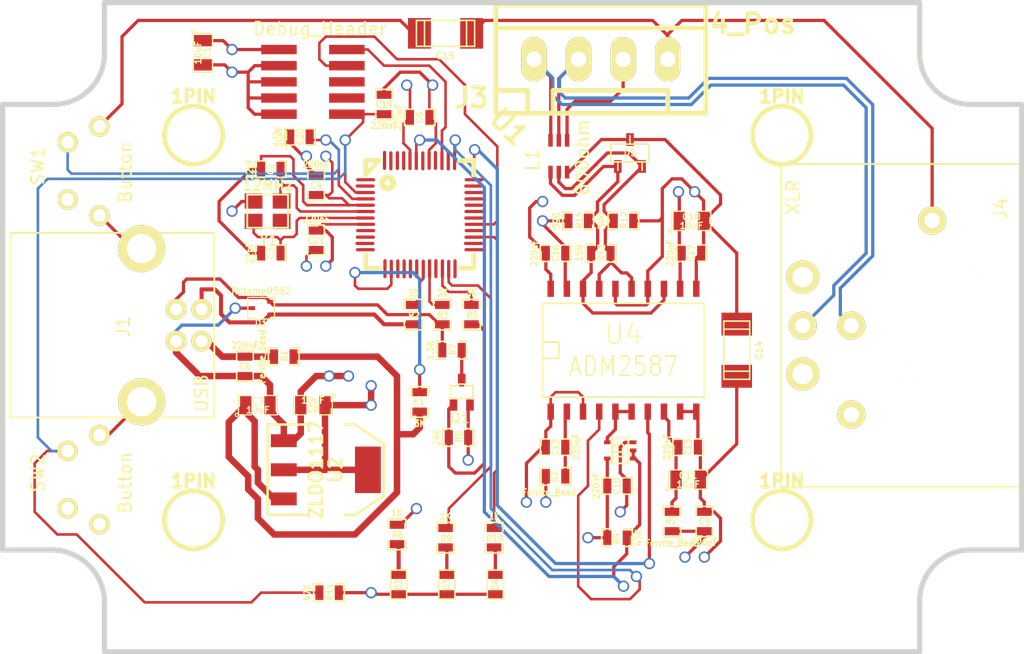
<source format=kicad_pcb>
(kicad_pcb (version 4) (host pcbnew "(after 2015-mar-04 BZR unknown)-product")
  (layers (0 F.Cu signal) (1 Inner2.Cu power hide) (2 Inner1.Cu power hide) (31 B.Cu signal) (35 F.Paste user hide) (37 F.SilkS user) (39 F.Mask user hide) (44 Edge.Cuts user))
  (net 0 "")
  (net 1 "Net-(B1-Pad1)")
  (net 2 "Net-(B1-Pad2)")
  (net 3 +3.3V)
  (net 4 "Net-(B2-Pad2)")
  (net 5 GND)
  (net 6 "Net-(C2-Pad2)")
  (net 7 "Net-(C3-Pad2)")
  (net 8 "Net-(C14-Pad2)")
  (net 9 "Net-(C15-Pad1)")
  (net 10 "Net-(C15-Pad2)")
  (net 11 "Net-(C16-Pad2)")
  (net 12 "Net-(C19-Pad1)")
  (net 13 "Net-(C20-Pad2)")
  (net 14 "Net-(D1-Pad1)")
  (net 15 "Net-(D1-Pad2)")
  (net 16 "Net-(D2-Pad2)")
  (net 17 "Net-(D3-Pad2)")
  (net 18 "Net-(D4-Pad2)")
  (net 19 "Net-(D5-Pad1)")
  (net 20 "Net-(D5-Pad2)")
  (net 21 "Net-(J2-Pad6)")
  (net 22 "Net-(J2-Pad8)")
  (net 23 "Net-(J2-Pad2)")
  (net 24 "Net-(J2-Pad4)")
  (net 25 "Net-(J3-Pad2)")
  (net 26 "Net-(J3-Pad1)")
  (net 27 "Net-(J3-Pad3)")
  (net 28 "Net-(J4-Pad5)")
  (net 29 "Net-(J4-Pad4)")
  (net 30 "Net-(Q1-Pad1)")
  (net 31 "Net-(Q1-Pad3)")
  (net 32 "Net-(R1-Pad2)")
  (net 33 "Net-(R2-Pad1)")
  (net 34 "Net-(R3-Pad1)")
  (net 35 "Net-(R4-Pad1)")
  (net 36 "Net-(R5-Pad1)")
  (net 37 "Net-(R9-Pad1)")
  (net 38 "Net-(R10-Pad1)")
  (net 39 "Net-(U1-Pad1)")
  (net 40 "Net-(U1-Pad2)")
  (net 41 "Net-(U1-Pad13)")
  (net 42 "Net-(U1-Pad15)")
  (net 43 "Net-(U1-Pad16)")
  (net 44 "Net-(U1-Pad17)")
  (net 45 "Net-(U1-Pad18)")
  (net 46 "Net-(U1-Pad25)")
  (net 47 "Net-(U1-Pad26)")
  (net 48 "Net-(U1-Pad28)")
  (net 49 "Net-(U1-Pad30)")
  (net 50 "Net-(U1-Pad31)")
  (net 51 "Net-(U1-Pad32)")
  (net 52 "Net-(U1-Pad37)")
  (net 53 "Net-(U1-Pad38)")
  (net 54 "Net-(U1-Pad40)")
  (net 55 "Net-(U1-Pad42)")
  (net 56 "Net-(U1-Pad9)")
  (net 57 "Net-(U1-Pad10)")
  (net 58 "Net-(U1-Pad11)")
  (net 59 "Net-(U1-Pad12)")
  (net 60 "Net-(U1-Pad21)")
  (net 61 "Net-(U1-Pad24)")
  (net 62 "Net-(U1-Pad33)")
  (net 63 "Net-(U1-Pad35)")
  (net 64 "Net-(U1-Pad36)")
  (net 65 "Net-(U1-Pad45)")
  (net 66 "Net-(U1-Pad46)")
  (net 67 "Net-(U1-Pad47)")
  (net 68 "Net-(U1-Pad48)")
  (net 69 "Net-(U3-Pad4)")
  (net 70 "Net-(B3-Pad1)")
  (module sot23 (layer F.Cu) (at 150.876 87.884)
    (fp_text reference D5 (at 0 0) (layer F.SilkS) (effects (font (size 0.50038 0.50038) (thickness 0.09906))))
    (fp_text value SM712 hide)
    (pad 1 smd rect (at -0.9525 1.05664) (size 0.59944 1.00076) (layers F.Cu F.Paste F.Mask) (net 19 "Net-(D5-Pad1)"))
    (pad 3 smd rect (at 0 -1.05664) (size 0.59944 1.00076) (layers F.Cu F.Paste F.Mask) (net 8 "Net-(C14-Pad2)"))
    (pad 2 smd rect (at 0.9525 1.05664) (size 0.59944 1.00076) (layers F.Cu F.Paste F.Mask) (net 20 "Net-(D5-Pad2)"))
  )
  (module SMD_Packages:SM0603_Resistor (layer F.Cu) (at 123.698 103.886)
    (fp_text reference B1 (at 0.0635 -0.0635 90) (layer F.SilkS) (effects (font (size 0.50038 0.4572) (thickness 0.1143))))
    (fp_text value Ferrite_Bead (at -1.69926 0 90) (layer F.SilkS) (effects (font (size 0.508 0.4572) (thickness 0.1143))))
    (pad 1 smd rect (at -0.762 0) (size 0.635 1.143) (layers F.Cu F.Paste F.Mask) (net 1 "Net-(B1-Pad1)"))
    (pad 2 smd rect (at 0.762 0) (size 0.635 1.143) (layers F.Cu F.Paste F.Mask) (net 2 "Net-(B1-Pad2)"))
  )
  (module SMD_Packages:SM0603_Resistor (layer F.Cu) (at 154.178 116.84 90)
    (fp_text reference B2 (at 0.0635 -0.0635 180) (layer F.SilkS) (effects (font (size 0.50038 0.4572) (thickness 0.1143))))
    (fp_text value Ferrite_Bead (at -1.69926 0 180) (layer F.SilkS) (effects (font (size 0.508 0.4572) (thickness 0.1143))))
    (pad 1 smd rect (at -0.762 0 90) (size 0.635 1.143) (layers F.Cu F.Paste F.Mask) (net 3 +3.3V))
    (pad 2 smd rect (at 0.762 0 90) (size 0.635 1.143) (layers F.Cu F.Paste F.Mask) (net 4 "Net-(B2-Pad2)"))
  )
  (module SMD_Packages:SM0805 (layer F.Cu) (at 117.348 80.01 270)
    (fp_text reference C1 (at 0 -0.3175 270) (layer F.SilkS) (effects (font (size 0.50038 0.50038) (thickness 0.10922))))
    (fp_text value 10uF (at 0 0.381 270) (layer F.SilkS) (effects (font (size 0.50038 0.50038) (thickness 0.10922))))
    (pad 1 smd rect (at -0.9525 0 270) (size 0.889 1.397) (layers F.Cu F.Paste F.Mask) (net 3 +3.3V))
    (pad 2 smd rect (at 0.9525 0 270) (size 0.889 1.397) (layers F.Cu F.Paste F.Mask) (net 5 GND))
  )
  (module SMD_Packages:SM0603_Capa (layer F.Cu) (at 122.682 89.154)
    (fp_text reference C2 (at 0 0 90) (layer F.SilkS) (effects (font (size 0.508 0.4572) (thickness 0.1143))))
    (fp_text value 22pF (at -1.651 0 90) (layer F.SilkS) (effects (font (size 0.508 0.4572) (thickness 0.1143))))
    (pad 1 smd rect (at -0.762 0) (size 0.635 1.143) (layers F.Cu F.Paste F.Mask) (net 5 GND))
    (pad 2 smd rect (at 0.762 0) (size 0.635 1.143) (layers F.Cu F.Paste F.Mask) (net 6 "Net-(C2-Pad2)"))
  )
  (module SMD_Packages:SM0603_Capa (layer F.Cu) (at 122.682 95.758)
    (fp_text reference C3 (at 0 0 90) (layer F.SilkS) (effects (font (size 0.508 0.4572) (thickness 0.1143))))
    (fp_text value 22pF (at -1.651 0 90) (layer F.SilkS) (effects (font (size 0.508 0.4572) (thickness 0.1143))))
    (pad 1 smd rect (at -0.762 0) (size 0.635 1.143) (layers F.Cu F.Paste F.Mask) (net 5 GND))
    (pad 2 smd rect (at 0.762 0) (size 0.635 1.143) (layers F.Cu F.Paste F.Mask) (net 7 "Net-(C3-Pad2)"))
  )
  (module SMD_Packages:SM0603_Capa (layer F.Cu) (at 126.238 90.424 270)
    (fp_text reference C4 (at 0 0 360) (layer F.SilkS) (effects (font (size 0.508 0.4572) (thickness 0.1143))))
    (fp_text value 220nF (at -1.651 0 360) (layer F.SilkS) (effects (font (size 0.508 0.4572) (thickness 0.1143))))
    (pad 1 smd rect (at -0.762 0 270) (size 0.635 1.143) (layers F.Cu F.Paste F.Mask) (net 3 +3.3V))
    (pad 2 smd rect (at 0.762 0 270) (size 0.635 1.143) (layers F.Cu F.Paste F.Mask) (net 5 GND))
  )
  (module SMD_Packages:SM0603_Capa (layer F.Cu) (at 134.366 85.09)
    (fp_text reference C5 (at 0 0 90) (layer F.SilkS) (effects (font (size 0.508 0.4572) (thickness 0.1143))))
    (fp_text value 220nF (at -1.651 0 90) (layer F.SilkS) (effects (font (size 0.508 0.4572) (thickness 0.1143))))
    (pad 1 smd rect (at -0.762 0) (size 0.635 1.143) (layers F.Cu F.Paste F.Mask) (net 3 +3.3V))
    (pad 2 smd rect (at 0.762 0) (size 0.635 1.143) (layers F.Cu F.Paste F.Mask) (net 5 GND))
  )
  (module SMD_Packages:SM0603_Capa (layer F.Cu) (at 120.65 104.648 270)
    (fp_text reference C6 (at 0 0 360) (layer F.SilkS) (effects (font (size 0.508 0.4572) (thickness 0.1143))))
    (fp_text value 220nF (at -1.651 0 360) (layer F.SilkS) (effects (font (size 0.508 0.4572) (thickness 0.1143))))
    (pad 1 smd rect (at -0.762 0 270) (size 0.635 1.143) (layers F.Cu F.Paste F.Mask) (net 1 "Net-(B1-Pad1)"))
    (pad 2 smd rect (at 0.762 0 270) (size 0.635 1.143) (layers F.Cu F.Paste F.Mask) (net 5 GND))
  )
  (module SMD_Packages:SM0805 (layer F.Cu) (at 121.666 107.696)
    (fp_text reference C7 (at 0 -0.3175) (layer F.SilkS) (effects (font (size 0.50038 0.50038) (thickness 0.10922))))
    (fp_text value 10uF (at 0 0.381) (layer F.SilkS) (effects (font (size 0.50038 0.50038) (thickness 0.10922))))
    (pad 1 smd rect (at -0.9525 0) (size 0.889 1.397) (layers F.Cu F.Paste F.Mask) (net 2 "Net-(B1-Pad2)"))
    (pad 2 smd rect (at 0.9525 0) (size 0.889 1.397) (layers F.Cu F.Paste F.Mask) (net 5 GND))
  )
  (module SMD_Packages:SM0805 (layer F.Cu) (at 125.984 107.696 180)
    (fp_text reference C8 (at 0 -0.3175 180) (layer F.SilkS) (effects (font (size 0.50038 0.50038) (thickness 0.10922))))
    (fp_text value 10uF (at 0 0.381 180) (layer F.SilkS) (effects (font (size 0.50038 0.50038) (thickness 0.10922))))
    (pad 1 smd rect (at -0.9525 0 180) (size 0.889 1.397) (layers F.Cu F.Paste F.Mask) (net 3 +3.3V))
    (pad 2 smd rect (at 0.9525 0 180) (size 0.889 1.397) (layers F.Cu F.Paste F.Mask) (net 5 GND))
  )
  (module SMD_Packages:SM0603_Capa (layer F.Cu) (at 156.718 116.84 90)
    (fp_text reference C9 (at 0 0 180) (layer F.SilkS) (effects (font (size 0.508 0.4572) (thickness 0.1143))))
    (fp_text value 220nF (at -1.651 0 180) (layer F.SilkS) (effects (font (size 0.508 0.4572) (thickness 0.1143))))
    (pad 1 smd rect (at -0.762 0 90) (size 0.635 1.143) (layers F.Cu F.Paste F.Mask) (net 3 +3.3V))
    (pad 2 smd rect (at 0.762 0 90) (size 0.635 1.143) (layers F.Cu F.Paste F.Mask) (net 5 GND))
  )
  (module SMD_Packages:SM0603_Capa (layer F.Cu) (at 149.86 114.046)
    (fp_text reference C10 (at 0 0 90) (layer F.SilkS) (effects (font (size 0.508 0.4572) (thickness 0.1143))))
    (fp_text value 220nF (at -1.651 0 90) (layer F.SilkS) (effects (font (size 0.508 0.4572) (thickness 0.1143))))
    (pad 1 smd rect (at -0.762 0) (size 0.635 1.143) (layers F.Cu F.Paste F.Mask) (net 3 +3.3V))
    (pad 2 smd rect (at 0.762 0) (size 0.635 1.143) (layers F.Cu F.Paste F.Mask) (net 5 GND))
  )
  (module SMD_Packages:SM0805 (layer F.Cu) (at 155.448 113.538)
    (fp_text reference C11 (at 0 -0.3175) (layer F.SilkS) (effects (font (size 0.50038 0.50038) (thickness 0.10922))))
    (fp_text value 10uF (at 0 0.381) (layer F.SilkS) (effects (font (size 0.50038 0.50038) (thickness 0.10922))))
    (pad 1 smd rect (at -0.9525 0) (size 0.889 1.397) (layers F.Cu F.Paste F.Mask) (net 4 "Net-(B2-Pad2)"))
    (pad 2 smd rect (at 0.9525 0) (size 0.889 1.397) (layers F.Cu F.Paste F.Mask) (net 5 GND))
  )
  (module SMD_Packages:SM0603_Capa (layer F.Cu) (at 145.034 110.998 180)
    (fp_text reference C12 (at 0 0 270) (layer F.SilkS) (effects (font (size 0.508 0.4572) (thickness 0.1143))))
    (fp_text value 220nF (at -1.651 0 270) (layer F.SilkS) (effects (font (size 0.508 0.4572) (thickness 0.1143))))
    (pad 1 smd rect (at -0.762 0 180) (size 0.635 1.143) (layers F.Cu F.Paste F.Mask) (net 70 "Net-(B3-Pad1)"))
    (pad 2 smd rect (at 0.762 0 180) (size 0.635 1.143) (layers F.Cu F.Paste F.Mask) (net 5 GND))
  )
  (module SMD_Packages:SM0603_Capa (layer F.Cu) (at 155.448 110.998)
    (fp_text reference C13 (at 0 0 90) (layer F.SilkS) (effects (font (size 0.508 0.4572) (thickness 0.1143))))
    (fp_text value 220nF (at -1.651 0 90) (layer F.SilkS) (effects (font (size 0.508 0.4572) (thickness 0.1143))))
    (pad 1 smd rect (at -0.762 0) (size 0.635 1.143) (layers F.Cu F.Paste F.Mask) (net 4 "Net-(B2-Pad2)"))
    (pad 2 smd rect (at 0.762 0) (size 0.635 1.143) (layers F.Cu F.Paste F.Mask) (net 5 GND))
  )
  (module Capacitors_SMD:c_1808 (layer F.Cu) (at 159.258 103.378 270)
    (fp_text reference C14 (at 0.0254 -1.7526 270) (layer F.SilkS) (effects (font (size 0.50038 0.50038) (thickness 0.11938))))
    (fp_text value 1nF hide)
    (pad 1 smd rect (at 2.04978 0 270) (size 1.80086 2.4003) (layers F.Cu F.Paste F.Mask) (net 5 GND))
    (pad 2 smd rect (at -2.04978 0 270) (size 1.80086 2.4003) (layers F.Cu F.Paste F.Mask) (net 8 "Net-(C14-Pad2)"))
  )
  (module Capacitors_SMD:c_1808 (layer F.Cu) (at 136.398 78.486 180)
    (fp_text reference C15 (at 0.0254 -1.7526 180) (layer F.SilkS) (effects (font (size 0.50038 0.50038) (thickness 0.11938))))
    (fp_text value 1nF hide)
    (pad 1 smd rect (at 2.04978 0 180) (size 1.80086 2.4003) (layers F.Cu F.Paste F.Mask) (net 9 "Net-(C15-Pad1)"))
    (pad 2 smd rect (at -2.04978 0 180) (size 1.80086 2.4003) (layers F.Cu F.Paste F.Mask) (net 10 "Net-(C15-Pad2)"))
  )
  (module SMD_Packages:SM0603_Capa (layer F.Cu) (at 145.034 95.758)
    (fp_text reference C16 (at 0 0 90) (layer F.SilkS) (effects (font (size 0.508 0.4572) (thickness 0.1143))))
    (fp_text value 220nF (at -1.651 0 90) (layer F.SilkS) (effects (font (size 0.508 0.4572) (thickness 0.1143))))
    (pad 1 smd rect (at -0.762 0) (size 0.635 1.143) (layers F.Cu F.Paste F.Mask) (net 8 "Net-(C14-Pad2)"))
    (pad 2 smd rect (at 0.762 0) (size 0.635 1.143) (layers F.Cu F.Paste F.Mask) (net 11 "Net-(C16-Pad2)"))
  )
  (module SMD_Packages:SM0603_Capa (layer F.Cu) (at 155.702 95.758)
    (fp_text reference C17 (at 0 0 90) (layer F.SilkS) (effects (font (size 0.508 0.4572) (thickness 0.1143))))
    (fp_text value 220nF (at -1.651 0 90) (layer F.SilkS) (effects (font (size 0.508 0.4572) (thickness 0.1143))))
    (pad 1 smd rect (at -0.762 0) (size 0.635 1.143) (layers F.Cu F.Paste F.Mask) (net 11 "Net-(C16-Pad2)"))
    (pad 2 smd rect (at 0.762 0) (size 0.635 1.143) (layers F.Cu F.Paste F.Mask) (net 8 "Net-(C14-Pad2)"))
  )
  (module SMD_Packages:SM0805 (layer F.Cu) (at 155.702 93.218)
    (fp_text reference C18 (at 0 -0.3175) (layer F.SilkS) (effects (font (size 0.50038 0.50038) (thickness 0.10922))))
    (fp_text value 10uF (at 0 0.381) (layer F.SilkS) (effects (font (size 0.50038 0.50038) (thickness 0.10922))))
    (pad 1 smd rect (at -0.9525 0) (size 0.889 1.397) (layers F.Cu F.Paste F.Mask) (net 11 "Net-(C16-Pad2)"))
    (pad 2 smd rect (at 0.9525 0) (size 0.889 1.397) (layers F.Cu F.Paste F.Mask) (net 8 "Net-(C14-Pad2)"))
  )
  (module SMD_Packages:SM0603_Capa (layer F.Cu) (at 131.572 84.074 90)
    (fp_text reference C19 (at 0 0 180) (layer F.SilkS) (effects (font (size 0.508 0.4572) (thickness 0.1143))))
    (fp_text value 220nF (at -1.651 0 180) (layer F.SilkS) (effects (font (size 0.508 0.4572) (thickness 0.1143))))
    (pad 1 smd rect (at -0.762 0 90) (size 0.635 1.143) (layers F.Cu F.Paste F.Mask) (net 12 "Net-(C19-Pad1)"))
    (pad 2 smd rect (at 0.762 0 90) (size 0.635 1.143) (layers F.Cu F.Paste F.Mask) (net 5 GND))
  )
  (module SMD_Packages:SM0603_Capa (layer F.Cu) (at 124.968 86.614)
    (fp_text reference C20 (at 0 0 90) (layer F.SilkS) (effects (font (size 0.508 0.4572) (thickness 0.1143))))
    (fp_text value 10nF (at -1.651 0 90) (layer F.SilkS) (effects (font (size 0.508 0.4572) (thickness 0.1143))))
    (pad 1 smd rect (at -0.762 0) (size 0.635 1.143) (layers F.Cu F.Paste F.Mask) (net 3 +3.3V))
    (pad 2 smd rect (at 0.762 0) (size 0.635 1.143) (layers F.Cu F.Paste F.Mask) (net 13 "Net-(C20-Pad2)"))
  )
  (module LocalLib:SOT523 (layer F.Cu) (at 121.92 100.076 180)
    (fp_text reference D1 (at 0 -1.19888 180) (layer F.SilkS) (effects (font (size 0.50038 0.50038) (thickness 0.09906))))
    (fp_text value Rclamp0582 (at 0 1.34874 180) (layer F.SilkS) (effects (font (size 0.50038 0.50038) (thickness 0.09906))))
    (pad 1 smd rect (at -0.70104 -0.50038 180) (size 0.44958 0.29972) (layers F.Cu F.Paste F.Mask) (net 14 "Net-(D1-Pad1)"))
    (pad 2 smd rect (at -0.70104 0.50038 180) (size 0.44958 0.29972) (layers F.Cu F.Paste F.Mask) (net 15 "Net-(D1-Pad2)"))
    (pad 3 smd rect (at 0.6985 0 180) (size 0.44958 0.29972) (layers F.Cu F.Paste F.Mask) (net 5 GND))
  )
  (module SMD_Packages:SM0603 (layer F.Cu) (at 132.715 121.793 90)
    (fp_text reference D2 (at 0 0 90) (layer F.SilkS) (effects (font (size 0.508 0.4572) (thickness 0.1143))))
    (fp_text value LED hide)
    (pad 1 smd rect (at -0.762 0 90) (size 0.635 1.143) (layers F.Cu F.Paste F.Mask) (net 3 +3.3V))
    (pad 2 smd rect (at 0.762 0 90) (size 0.635 1.143) (layers F.Cu F.Paste F.Mask) (net 16 "Net-(D2-Pad2)"))
  )
  (module SMD_Packages:SM0603 (layer F.Cu) (at 136.4996 121.793 90)
    (fp_text reference D3 (at 0 0 90) (layer F.SilkS) (effects (font (size 0.508 0.4572) (thickness 0.1143))))
    (fp_text value LED hide)
    (pad 1 smd rect (at -0.762 0 90) (size 0.635 1.143) (layers F.Cu F.Paste F.Mask) (net 3 +3.3V))
    (pad 2 smd rect (at 0.762 0 90) (size 0.635 1.143) (layers F.Cu F.Paste F.Mask) (net 17 "Net-(D3-Pad2)"))
  )
  (module SMD_Packages:SM0603 (layer F.Cu) (at 140.3096 121.793 90)
    (fp_text reference D4 (at 0 0 90) (layer F.SilkS) (effects (font (size 0.508 0.4572) (thickness 0.1143))))
    (fp_text value LED hide)
    (pad 1 smd rect (at -0.762 0 90) (size 0.635 1.143) (layers F.Cu F.Paste F.Mask) (net 3 +3.3V))
    (pad 2 smd rect (at 0.762 0 90) (size 0.635 1.143) (layers F.Cu F.Paste F.Mask) (net 18 "Net-(D4-Pad2)"))
  )
  (module LocalLib:USBtypeB (layer F.Cu) (at 117.2464 102.6668 270)
    (fp_text reference J1 (at -1.143 6.1468 270) (layer F.SilkS))
    (fp_text value USB (at 4.1021 0 270) (layer F.SilkS))
    (pad 1 thru_hole circle (at 0 0 270) (size 1.62 1.62) (drill 0.92) (layers *.Cu *.Mask F.SilkS) (net 1 "Net-(B1-Pad1)"))
    (pad 2 thru_hole circle (at -2.5 0 270) (size 1.62 1.62) (drill 0.92) (layers *.Cu *.Mask F.SilkS) (net 14 "Net-(D1-Pad1)"))
    (pad 3 thru_hole circle (at -2.5 2 270) (size 1.62 1.62) (drill 0.92) (layers *.Cu *.Mask F.SilkS) (net 15 "Net-(D1-Pad2)"))
    (pad 4 thru_hole circle (at 0 2 270) (size 1.62 1.62) (drill 0.92) (layers *.Cu *.Mask F.SilkS) (net 5 GND))
    (pad 5 thru_hole circle (at 4.77 4.71 270) (size 3.7 3.7) (drill 2.3) (layers *.Cu *.Mask F.SilkS) (net 9 "Net-(C15-Pad1)"))
    (pad 6 thru_hole circle (at -7.27 4.71 270) (size 3.7 3.7) (drill 2.3) (layers *.Cu *.Mask F.SilkS) (net 9 "Net-(C15-Pad1)"))
  )
  (module Sockets_WAGO734:WAGO_734_4pin_Straight_RuggedPads (layer F.Cu) (at 148.59 80.518)
    (fp_text reference J3 (at -10.16 3.048) (layer F.SilkS) (effects (font (thickness 0.3048))))
    (fp_text value 4_Pos (at 11.938 -2.794) (layer F.SilkS) (effects (font (thickness 0.3048))))
    (pad 2 thru_hole oval (at -1.75006 0) (size 1.99898 3.50012) (drill 1.19888) (layers *.Cu *.Mask F.SilkS) (net 25 "Net-(J3-Pad2)"))
    (pad 1 thru_hole oval (at -5.25018 0) (size 1.99898 3.50012) (drill 1.19888) (layers *.Cu *.Mask F.SilkS) (net 26 "Net-(J3-Pad1)"))
    (pad 3 thru_hole oval (at 1.75006 0) (size 1.99898 3.50012) (drill 1.19888) (layers *.Cu *.Mask F.SilkS) (net 27 "Net-(J3-Pad3)"))
    (pad 4 thru_hole oval (at 5.25018 0) (size 1.99898 3.50012) (drill 1.19888) (layers *.Cu *.Mask F.SilkS) (net 10 "Net-(C15-Pad2)"))
  )
  (module LocalLib:NC5FAH (layer F.Cu) (at 164.4396 97.6376 270)
    (fp_text reference J4 (at -5.3975 -15.5448 270) (layer F.SilkS))
    (fp_text value XLR (at -6.2865 0.7747 270) (layer F.SilkS))
    (pad 1 thru_hole circle (at 0 0 270) (size 2.6162 2.6162) (drill 1.6002) (layers *.Cu *.Mask F.SilkS) (net 27 "Net-(J3-Pad3)"))
    (pad 2 thru_hole circle (at 3.81 -3.81 270) (size 2.2098 2.2098) (drill 1.1938) (layers *.Cu *.Mask F.SilkS) (net 25 "Net-(J3-Pad2)"))
    (pad 3 thru_hole circle (at 3.81 0 270) (size 2.2098 2.2098) (drill 1.1938) (layers *.Cu *.Mask F.SilkS) (net 26 "Net-(J3-Pad1)"))
    (pad 5 thru_hole circle (at 7.62 0 270) (size 2.6162 2.6162) (drill 1.6002) (layers *.Cu *.Mask F.SilkS) (net 28 "Net-(J4-Pad5)"))
    (pad 4 thru_hole circle (at 10.795 -3.81 270) (size 2.2098 2.2098) (drill 1.1938) (layers *.Cu *.Mask F.SilkS) (net 29 "Net-(J4-Pad4)"))
    (pad 6 thru_hole circle (at -4.445 -10.16 270) (size 2.2098 2.2098) (drill 1.1938) (layers *.Cu *.Mask F.SilkS) (net 10 "Net-(C15-Pad2)"))
    (pad "" np_thru_hole circle (at 0 -13.335 270) (size 1.6002 1.6002) (drill 1.6002) (layers *.Cu *.Mask F.SilkS))
    (pad "" np_thru_hole circle (at 7.62 -8.255 270) (size 1.6002 1.6002) (drill 1.6002) (layers *.Cu *.Mask F.SilkS))
  )
  (module LocalLib:ACM2520-3P (layer F.Cu) (at 145.288 88.138 270)
    (fp_text reference L1 (at 0.2921 2.0574 270) (layer F.SilkS))
    (fp_text value 800ohm (at 0.0889 -1.8542 270) (layer F.SilkS))
    (pad 2 smd rect (at -1.25 0 270) (size 1 0.35) (layers F.Cu F.Paste F.Mask) (net 25 "Net-(J3-Pad2)"))
    (pad 5 smd rect (at 1.25 0 270) (size 1 0.35) (layers F.Cu F.Paste F.Mask) (net 20 "Net-(D5-Pad2)"))
    (pad 4 smd rect (at 1.25 0.65 270) (size 1 0.35) (layers F.Cu F.Paste F.Mask) (net 19 "Net-(D5-Pad1)"))
    (pad 3 smd rect (at -1.25 0.65 270) (size 1 0.35) (layers F.Cu F.Paste F.Mask) (net 26 "Net-(J3-Pad1)"))
    (pad 6 smd rect (at 1.25 -0.65 270) (size 1 0.35) (layers F.Cu F.Paste F.Mask) (net 8 "Net-(C14-Pad2)"))
    (pad 1 smd rect (at -1.25 -0.65 270) (size 1 0.35) (layers F.Cu F.Paste F.Mask) (net 27 "Net-(J3-Pad3)"))
  )
  (module SMD_Packages:SOT323 (layer F.Cu) (at 137.668 106.68 180)
    (fp_text reference Q1 (at 0.127 -2.032 180) (layer F.SilkS) (effects (font (size 0.762 0.762) (thickness 0.09906))))
    (fp_text value BJT_PNP hide)
    (pad 2 smd rect (at -0.65024 -0.94996 180) (size 0.59944 1.00076) (layers F.Cu F.Paste F.Mask) (net 3 +3.3V))
    (pad 1 smd rect (at 0.65024 -0.94996 180) (size 0.59944 1.00076) (layers F.Cu F.Paste F.Mask) (net 30 "Net-(Q1-Pad1)"))
    (pad 3 smd rect (at 0 0.94996 180) (size 0.59944 1.00076) (layers F.Cu F.Paste F.Mask) (net 31 "Net-(Q1-Pad3)"))
  )
  (module SMD_Packages:SM0603_Resistor (layer F.Cu) (at 134.366 107.442 90)
    (fp_text reference R1 (at 0.0635 -0.0635 180) (layer F.SilkS) (effects (font (size 0.50038 0.4572) (thickness 0.1143))))
    (fp_text value 3K (at -1.69926 0 180) (layer F.SilkS) (effects (font (size 0.508 0.4572) (thickness 0.1143))))
    (pad 1 smd rect (at -0.762 0 90) (size 0.635 1.143) (layers F.Cu F.Paste F.Mask) (net 2 "Net-(B1-Pad2)"))
    (pad 2 smd rect (at 0.762 0 90) (size 0.635 1.143) (layers F.Cu F.Paste F.Mask) (net 32 "Net-(R1-Pad2)"))
  )
  (module SMD_Packages:SM0603_Resistor (layer F.Cu) (at 133.858 100.584 270)
    (fp_text reference R2 (at 0.0635 -0.0635 360) (layer F.SilkS) (effects (font (size 0.50038 0.4572) (thickness 0.1143))))
    (fp_text value 33 (at -1.69926 0 360) (layer F.SilkS) (effects (font (size 0.508 0.4572) (thickness 0.1143))))
    (pad 1 smd rect (at -0.762 0 270) (size 0.635 1.143) (layers F.Cu F.Paste F.Mask) (net 33 "Net-(R2-Pad1)"))
    (pad 2 smd rect (at 0.762 0 270) (size 0.635 1.143) (layers F.Cu F.Paste F.Mask) (net 14 "Net-(D1-Pad1)"))
  )
  (module SMD_Packages:SM0603_Resistor (layer F.Cu) (at 136.144 100.584 270)
    (fp_text reference R3 (at 0.0635 -0.0635 360) (layer F.SilkS) (effects (font (size 0.50038 0.4572) (thickness 0.1143))))
    (fp_text value 33 (at -1.69926 0 360) (layer F.SilkS) (effects (font (size 0.508 0.4572) (thickness 0.1143))))
    (pad 1 smd rect (at -0.762 0 270) (size 0.635 1.143) (layers F.Cu F.Paste F.Mask) (net 34 "Net-(R3-Pad1)"))
    (pad 2 smd rect (at 0.762 0 270) (size 0.635 1.143) (layers F.Cu F.Paste F.Mask) (net 15 "Net-(D1-Pad2)"))
  )
  (module SMD_Packages:SM0603_Resistor (layer F.Cu) (at 149.86 118.11 180)
    (fp_text reference R4 (at 0.0635 -0.0635 270) (layer F.SilkS) (effects (font (size 0.50038 0.4572) (thickness 0.1143))))
    (fp_text value 47K (at -1.69926 0 270) (layer F.SilkS) (effects (font (size 0.508 0.4572) (thickness 0.1143))))
    (pad 1 smd rect (at -0.762 0 180) (size 0.635 1.143) (layers F.Cu F.Paste F.Mask) (net 35 "Net-(R4-Pad1)"))
    (pad 2 smd rect (at 0.762 0 180) (size 0.635 1.143) (layers F.Cu F.Paste F.Mask) (net 3 +3.3V))
  )
  (module SMD_Packages:SM0603_Resistor (layer F.Cu) (at 138.43 100.584 270)
    (fp_text reference R5 (at 0.0635 -0.0635 360) (layer F.SilkS) (effects (font (size 0.50038 0.4572) (thickness 0.1143))))
    (fp_text value 3K (at -1.69926 0 360) (layer F.SilkS) (effects (font (size 0.508 0.4572) (thickness 0.1143))))
    (pad 1 smd rect (at -0.762 0 270) (size 0.635 1.143) (layers F.Cu F.Paste F.Mask) (net 36 "Net-(R5-Pad1)"))
    (pad 2 smd rect (at 0.762 0 270) (size 0.635 1.143) (layers F.Cu F.Paste F.Mask) (net 30 "Net-(Q1-Pad1)"))
  )
  (module SMD_Packages:SM0603_Resistor (layer F.Cu) (at 132.588 117.856 270)
    (fp_text reference R6 (at 0.0635 -0.0635 360) (layer F.SilkS) (effects (font (size 0.50038 0.4572) (thickness 0.1143))))
    (fp_text value 1K (at -1.69926 0 360) (layer F.SilkS) (effects (font (size 0.508 0.4572) (thickness 0.1143))))
    (pad 1 smd rect (at -0.762 0 270) (size 0.635 1.143) (layers F.Cu F.Paste F.Mask) (net 5 GND))
    (pad 2 smd rect (at 0.762 0 270) (size 0.635 1.143) (layers F.Cu F.Paste F.Mask) (net 16 "Net-(D2-Pad2)"))
  )
  (module SMD_Packages:SM0603_Resistor (layer F.Cu) (at 136.906 103.378)
    (fp_text reference R7 (at 0.0635 -0.0635 90) (layer F.SilkS) (effects (font (size 0.50038 0.4572) (thickness 0.1143))))
    (fp_text value 1.5K (at -1.69926 0 90) (layer F.SilkS) (effects (font (size 0.508 0.4572) (thickness 0.1143))))
    (pad 1 smd rect (at -0.762 0) (size 0.635 1.143) (layers F.Cu F.Paste F.Mask) (net 15 "Net-(D1-Pad2)"))
    (pad 2 smd rect (at 0.762 0) (size 0.635 1.143) (layers F.Cu F.Paste F.Mask) (net 31 "Net-(Q1-Pad3)"))
  )
  (module SMD_Packages:SM0603_Resistor (layer F.Cu) (at 137.414 110.236)
    (fp_text reference R8 (at 0.0635 -0.0635 90) (layer F.SilkS) (effects (font (size 0.50038 0.4572) (thickness 0.1143))))
    (fp_text value 24K (at -1.69926 0 90) (layer F.SilkS) (effects (font (size 0.508 0.4572) (thickness 0.1143))))
    (pad 1 smd rect (at -0.762 0) (size 0.635 1.143) (layers F.Cu F.Paste F.Mask) (net 30 "Net-(Q1-Pad1)"))
    (pad 2 smd rect (at 0.762 0) (size 0.635 1.143) (layers F.Cu F.Paste F.Mask) (net 3 +3.3V))
  )
  (module SMD_Packages:SM0603_Resistor (layer F.Cu) (at 136.398 118.11 270)
    (fp_text reference R9 (at 0.0635 -0.0635 360) (layer F.SilkS) (effects (font (size 0.50038 0.4572) (thickness 0.1143))))
    (fp_text value 1K (at -1.69926 0 360) (layer F.SilkS) (effects (font (size 0.508 0.4572) (thickness 0.1143))))
    (pad 1 smd rect (at -0.762 0 270) (size 0.635 1.143) (layers F.Cu F.Paste F.Mask) (net 37 "Net-(R9-Pad1)"))
    (pad 2 smd rect (at 0.762 0 270) (size 0.635 1.143) (layers F.Cu F.Paste F.Mask) (net 17 "Net-(D3-Pad2)"))
  )
  (module SMD_Packages:SM0603_Resistor (layer F.Cu) (at 140.208 118.11 270)
    (fp_text reference R10 (at 0.0635 -0.0635 360) (layer F.SilkS) (effects (font (size 0.50038 0.4572) (thickness 0.1143))))
    (fp_text value 1K (at -1.69926 0 360) (layer F.SilkS) (effects (font (size 0.508 0.4572) (thickness 0.1143))))
    (pad 1 smd rect (at -0.762 0 270) (size 0.635 1.143) (layers F.Cu F.Paste F.Mask) (net 38 "Net-(R10-Pad1)"))
    (pad 2 smd rect (at 0.762 0 270) (size 0.635 1.143) (layers F.Cu F.Paste F.Mask) (net 18 "Net-(D4-Pad2)"))
  )
  (module SMD_Packages:SM0603_Resistor (layer F.Cu) (at 127.254 122.428)
    (fp_text reference R11 (at 0.0635 -0.0635 90) (layer F.SilkS) (effects (font (size 0.50038 0.4572) (thickness 0.1143))))
    (fp_text value 47K (at -1.69926 0 90) (layer F.SilkS) (effects (font (size 0.508 0.4572) (thickness 0.1143))))
    (pad 1 smd rect (at -0.762 0) (size 0.635 1.143) (layers F.Cu F.Paste F.Mask) (net 12 "Net-(C19-Pad1)"))
    (pad 2 smd rect (at 0.762 0) (size 0.635 1.143) (layers F.Cu F.Paste F.Mask) (net 3 +3.3V))
  )
  (module SMD_Packages:SM0603_Resistor (layer F.Cu) (at 150.368 93.218)
    (fp_text reference R12 (at 0.0635 -0.0635 90) (layer F.SilkS) (effects (font (size 0.50038 0.4572) (thickness 0.1143))))
    (fp_text value 390 (at -1.69926 0 90) (layer F.SilkS) (effects (font (size 0.508 0.4572) (thickness 0.1143))))
    (pad 1 smd rect (at -0.762 0) (size 0.635 1.143) (layers F.Cu F.Paste F.Mask) (net 20 "Net-(D5-Pad2)"))
    (pad 2 smd rect (at 0.762 0) (size 0.635 1.143) (layers F.Cu F.Paste F.Mask) (net 8 "Net-(C14-Pad2)"))
  )
  (module SMD_Packages:SM0603_Resistor (layer F.Cu) (at 148.59 95.758)
    (fp_text reference R13 (at 0.0635 -0.0635 90) (layer F.SilkS) (effects (font (size 0.50038 0.4572) (thickness 0.1143))))
    (fp_text value 150 (at -1.69926 0 90) (layer F.SilkS) (effects (font (size 0.508 0.4572) (thickness 0.1143))))
    (pad 1 smd rect (at -0.762 0) (size 0.635 1.143) (layers F.Cu F.Paste F.Mask) (net 19 "Net-(D5-Pad1)"))
    (pad 2 smd rect (at 0.762 0) (size 0.635 1.143) (layers F.Cu F.Paste F.Mask) (net 20 "Net-(D5-Pad2)"))
  )
  (module SMD_Packages:SM0603_Resistor (layer F.Cu) (at 146.812 93.218)
    (fp_text reference R14 (at 0.0635 -0.0635 90) (layer F.SilkS) (effects (font (size 0.50038 0.4572) (thickness 0.1143))))
    (fp_text value 390 (at -1.69926 0 90) (layer F.SilkS) (effects (font (size 0.508 0.4572) (thickness 0.1143))))
    (pad 1 smd rect (at -0.762 0) (size 0.635 1.143) (layers F.Cu F.Paste F.Mask) (net 11 "Net-(C16-Pad2)"))
    (pad 2 smd rect (at 0.762 0) (size 0.635 1.143) (layers F.Cu F.Paste F.Mask) (net 19 "Net-(D5-Pad1)"))
  )
  (module SMD_Packages:SOT223 (layer F.Cu) (at 127 112.776 270)
    (fp_text reference U2 (at 0 -0.762 270) (layer F.SilkS) (effects (font (size 1.016 1.016) (thickness 0.2032))))
    (fp_text value ZLDO1117 (at 0 0.762 270) (layer F.SilkS) (effects (font (size 1.016 1.016) (thickness 0.2032))))
    (pad 4 smd rect (at 0 -3.302 270) (size 3.6576 2.032) (layers F.Cu F.Paste F.Mask) (net 3 +3.3V))
    (pad 2 smd rect (at 0 3.302 270) (size 1.016 2.032) (layers F.Cu F.Paste F.Mask) (net 3 +3.3V))
    (pad 3 smd rect (at 2.286 3.302 270) (size 1.016 2.032) (layers F.Cu F.Paste F.Mask) (net 2 "Net-(B1-Pad2)"))
    (pad 1 smd rect (at -2.286 3.302 270) (size 1.016 2.032) (layers F.Cu F.Paste F.Mask) (net 5 GND))
  )
  (module SMD_Packages:SOT353 (layer F.Cu) (at 150.114 111.252 180)
    (fp_text reference U3 (at 0.09906 0 270) (layer F.SilkS) (effects (font (size 0.762 0.635) (thickness 0.127))))
    (fp_text value 1G_NAND hide)
    (pad 1 smd rect (at -1.016 -0.635 180) (size 0.508 0.3048) (layers F.Cu F.Paste F.Mask) (net 35 "Net-(R4-Pad1)"))
    (pad 3 smd rect (at -1.016 0.635 180) (size 0.508 0.3048) (layers F.Cu F.Paste F.Mask) (net 5 GND))
    (pad 5 smd rect (at 1.016 -0.635 180) (size 0.508 0.3048) (layers F.Cu F.Paste F.Mask) (net 3 +3.3V))
    (pad 2 smd rect (at -1.016 0 180) (size 0.508 0.3048) (layers F.Cu F.Paste F.Mask) (net 35 "Net-(R4-Pad1)"))
    (pad 4 smd rect (at 1.016 0.635 180) (size 0.508 0.3048) (layers F.Cu F.Paste F.Mask) (net 69 "Net-(U3-Pad4)"))
  )
  (module SMD_Packages:SO20L (layer F.Cu) (at 150.368 103.378)
    (fp_text reference U4 (at 0 -1.27) (layer F.SilkS) (effects (font (thickness 0.127))))
    (fp_text value ADM2587 (at 0 1.27) (layer F.SilkS) (effects (font (size 1.524 1.27) (thickness 0.127))))
    (pad 11 smd rect (at 5.715 -4.826) (size 0.508 1.27) (layers F.Cu F.Paste F.Mask) (net 8 "Net-(C14-Pad2)"))
    (pad 12 smd rect (at 4.445 -4.826) (size 0.508 1.27) (layers F.Cu F.Paste F.Mask) (net 11 "Net-(C16-Pad2)"))
    (pad 13 smd rect (at 3.175 -4.826) (size 0.508 1.27) (layers F.Cu F.Paste F.Mask) (net 19 "Net-(D5-Pad1)"))
    (pad 14 smd rect (at 1.905 -4.826) (size 0.508 1.27) (layers F.Cu F.Paste F.Mask) (net 8 "Net-(C14-Pad2)"))
    (pad 15 smd rect (at 0.635 -4.826) (size 0.508 1.27) (layers F.Cu F.Paste F.Mask) (net 20 "Net-(D5-Pad2)"))
    (pad 16 smd rect (at -0.635 -4.826) (size 0.508 1.27) (layers F.Cu F.Paste F.Mask) (net 8 "Net-(C14-Pad2)"))
    (pad 17 smd rect (at -1.905 -4.826) (size 0.508 1.27) (layers F.Cu F.Paste F.Mask) (net 20 "Net-(D5-Pad2)"))
    (pad 18 smd rect (at -3.175 -4.826) (size 0.508 1.27) (layers F.Cu F.Paste F.Mask) (net 19 "Net-(D5-Pad1)"))
    (pad 19 smd rect (at -4.445 -4.826) (size 0.508 1.27) (layers F.Cu F.Paste F.Mask) (net 11 "Net-(C16-Pad2)"))
    (pad 20 smd rect (at -5.715 -4.826) (size 0.508 1.27) (layers F.Cu F.Paste F.Mask) (net 8 "Net-(C14-Pad2)"))
    (pad 1 smd rect (at -5.715 4.826) (size 0.508 1.27) (layers F.Cu F.Paste F.Mask) (net 5 GND))
    (pad 2 smd rect (at -4.445 4.826) (size 0.508 1.27) (layers F.Cu F.Paste F.Mask) (net 70 "Net-(B3-Pad1)"))
    (pad 3 smd rect (at -3.175 4.826) (size 0.508 1.27) (layers F.Cu F.Paste F.Mask) (net 5 GND))
    (pad 4 smd rect (at -1.905 4.826) (size 0.508 1.27) (layers F.Cu F.Paste F.Mask) (net 52 "Net-(U1-Pad37)"))
    (pad 5 smd rect (at -0.635 4.826) (size 0.508 1.27) (layers F.Cu F.Paste F.Mask) (net 69 "Net-(U3-Pad4)"))
    (pad 6 smd rect (at 0.635 4.826) (size 0.508 1.27) (layers F.Cu F.Paste F.Mask) (net 69 "Net-(U3-Pad4)"))
    (pad 7 smd rect (at 1.905 4.826) (size 0.508 1.27) (layers F.Cu F.Paste F.Mask) (net 64 "Net-(U1-Pad36)"))
    (pad 8 smd rect (at 3.175 4.826) (size 0.508 1.27) (layers F.Cu F.Paste F.Mask) (net 4 "Net-(B2-Pad2)"))
    (pad 9 smd rect (at 4.445 4.826) (size 0.508 1.27) (layers F.Cu F.Paste F.Mask) (net 5 GND))
    (pad 10 smd rect (at 5.715 4.826) (size 0.508 1.27) (layers F.Cu F.Paste F.Mask) (net 5 GND))
  )
  (module Crystals_Oscillators_SMD:crystal_FA238-TSX3225 (layer F.Cu) (at 122.428 92.456 180)
    (fp_text reference Y1 (at -0.1 -2.3 180) (layer F.SilkS) (effects (font (size 0.8 0.8))))
    (fp_text value 12MHz (at 0 2.032 180) (layer F.SilkS) (effects (font (size 0.8 0.8))))
    (pad 1 smd rect (at -1.1 0.8 180) (size 1.4 1.2) (layers F.Cu F.Paste F.Mask) (net 6 "Net-(C2-Pad2)"))
    (pad 3 smd rect (at 1.1 0.8 180) (size 1.4 1.2) (layers F.Cu F.Paste F.Mask) (net 5 GND))
    (pad 3 smd rect (at -1.1 -0.8 180) (size 1.4 1.2) (layers F.Cu F.Paste F.Mask) (net 5 GND))
    (pad 2 smd rect (at 1.1 -0.8 180) (size 1.4 1.2) (layers F.Cu F.Paste F.Mask) (net 7 "Net-(C3-Pad2)"))
  )
  (module LocalLib:1pin (layer F.Cu) (at 116.6114 116.713)
    (fp_text reference 1PIN (at 0 -3.048) (layer F.SilkS) (effects (font (size 1.016 1.016) (thickness 0.254))))
    (fp_text value P*** hide)
    (pad "" np_thru_hole circle (at 0 0) (size 3.302 3.302) (drill 3.302) (layers *.Cu *.Mask F.SilkS))
  )
  (module LocalLib:1pin (layer F.Cu) (at 116.6114 86.487)
    (fp_text reference 1PIN (at 0 -3.048) (layer F.SilkS) (effects (font (size 1.016 1.016) (thickness 0.254))))
    (fp_text value P*** hide)
    (pad "" np_thru_hole circle (at 0 0) (size 3.302 3.302) (drill 3.302) (layers *.Cu *.Mask F.SilkS))
  )
  (module LocalLib:1pin (layer F.Cu) (at 162.7886 86.487)
    (fp_text reference 1PIN (at 0 -3.048) (layer F.SilkS) (effects (font (size 1.016 1.016) (thickness 0.254))))
    (fp_text value P*** hide)
    (pad "" np_thru_hole circle (at 0 0) (size 3.302 3.302) (drill 3.302) (layers *.Cu *.Mask F.SilkS))
  )
  (module LocalLib:1pin (layer F.Cu) (at 162.7886 116.713)
    (fp_text reference 1PIN (at 0 -3.048) (layer F.SilkS) (effects (font (size 1.016 1.016) (thickness 0.254))))
    (fp_text value P*** hide)
    (pad "" np_thru_hole circle (at 0 0) (size 3.302 3.302) (drill 3.302) (layers *.Cu *.Mask F.SilkS))
  )
  (module LocalLib:MCDTSA6 (layer F.Cu) (at 106.7308 87.0458 270)
    (fp_text reference SW1 (at 1.8542 2.3368 270) (layer F.SilkS))
    (fp_text value Button (at 2.3622 -4.5212 270) (layer F.SilkS))
    (pad 1 thru_hole circle (at 0 0 270) (size 1.6 1.6) (drill 1) (layers *.Cu *.Mask F.SilkS) (net 13 "Net-(C20-Pad2)"))
    (pad 2 thru_hole circle (at 4.5 0 270) (size 1.6 1.6) (drill 1) (layers *.Cu *.Mask F.SilkS) (net 5 GND))
    (pad 3 thru_hole circle (at -1.25 -2.5 270) (size 1.6 1.6) (drill 1) (layers *.Cu *.Mask F.SilkS) (net 9 "Net-(C15-Pad1)"))
    (pad 4 thru_hole circle (at 5.75 -2.5 270) (size 1.6 1.6) (drill 1) (layers *.Cu *.Mask F.SilkS) (net 9 "Net-(C15-Pad1)"))
  )
  (module LocalLib:MCDTSA6 (layer F.Cu) (at 106.7308 111.3028 270)
    (fp_text reference SW2 (at 1.7272 2.3368 270) (layer F.SilkS))
    (fp_text value Button (at 2.4892 -4.5212 270) (layer F.SilkS))
    (pad 1 thru_hole circle (at 0 0 270) (size 1.6 1.6) (drill 1) (layers *.Cu *.Mask F.SilkS) (net 12 "Net-(C19-Pad1)"))
    (pad 2 thru_hole circle (at 4.5 0 270) (size 1.6 1.6) (drill 1) (layers *.Cu *.Mask F.SilkS) (net 5 GND))
    (pad 3 thru_hole circle (at -1.25 -2.5 270) (size 1.6 1.6) (drill 1) (layers *.Cu *.Mask F.SilkS) (net 9 "Net-(C15-Pad1)"))
    (pad 4 thru_hole circle (at 5.75 -2.5 270) (size 1.6 1.6) (drill 1) (layers *.Cu *.Mask F.SilkS) (net 9 "Net-(C15-Pad1)"))
  )
  (module SMD_Packages:SM0603_Resistor (layer F.Cu) (at 145.034 113.284 180)
    (fp_text reference B3 (at 0.0635 -0.0635 270) (layer F.SilkS) (effects (font (size 0.50038 0.4572) (thickness 0.1143))))
    (fp_text value Ferrite_Bead (at 0.508 -1.27 360) (layer F.SilkS) (effects (font (size 0.508 0.4572) (thickness 0.1143))))
    (pad 1 smd rect (at -0.762 0 180) (size 0.635 1.143) (layers F.Cu F.Paste F.Mask) (net 70 "Net-(B3-Pad1)"))
    (pad 2 smd rect (at 0.762 0 180) (size 0.635 1.143) (layers F.Cu F.Paste F.Mask) (net 3 +3.3V))
  )
  (module QFP:TQFP-48_45Deg_Reflow (layer F.Cu) (at 134.366 92.71 315)
    (fp_text reference U1 (at 0.1 -9.8 315) (layer F.SilkS) (effects (font (thickness 0.3048))))
    (fp_text value LPC11U14 hide)
    (pad 13 smd oval (at 1.0875 4.9375 90) (size 1.5 0.254) (layers F.Cu F.Paste F.Mask) (net 41 "Net-(U1-Pad13)") (clearance 0.05))
    (pad 18 smd oval (at 2.8625 3.1875 90) (size 1.5 0.254) (layers F.Cu F.Paste F.Mask) (net 45 "Net-(U1-Pad18)") (clearance 0.05))
    (pad 17 smd oval (at 2.5125 3.5375 90) (size 1.5 0.254) (layers F.Cu F.Paste F.Mask) (net 44 "Net-(U1-Pad17)") (clearance 0.05))
    (pad 16 smd oval (at 2.1625 3.8875 90) (size 1.5 0.254) (layers F.Cu F.Paste F.Mask) (net 43 "Net-(U1-Pad16)") (clearance 0.05))
    (pad 15 smd oval (at 1.8125 4.2375 90) (size 1.5 0.254) (layers F.Cu F.Paste F.Mask) (net 42 "Net-(U1-Pad15)") (clearance 0.05))
    (pad 14 smd oval (at 1.4625 4.6125 90) (size 1.5 0.254) (layers F.Cu F.Paste F.Mask) (net 32 "Net-(R1-Pad2)") (clearance 0.05))
    (pad 19 smd oval (at 3.2375 2.8375 90) (size 1.5 0.254) (layers F.Cu F.Paste F.Mask) (net 33 "Net-(R2-Pad1)") (clearance 0.05))
    (pad 20 smd oval (at 3.5625 2.4625 90) (size 1.5 0.254) (layers F.Cu F.Paste F.Mask) (net 34 "Net-(R3-Pad1)") (clearance 0.05))
    (pad 21 smd oval (at 3.9125 2.1125 90) (size 1.5 0.254) (layers F.Cu F.Paste F.Mask) (net 60 "Net-(U1-Pad21)") (clearance 0.05))
    (pad 22 smd oval (at 4.2875 1.7625 90) (size 1.5 0.254) (layers F.Cu F.Paste F.Mask) (net 36 "Net-(R5-Pad1)") (clearance 0.05))
    (pad 23 smd oval (at 4.6625 1.4375 90) (size 1.5 0.254) (layers F.Cu F.Paste F.Mask) (net 37 "Net-(R9-Pad1)") (clearance 0.05))
    (pad 24 smd oval (at 4.9875 1.0625 90) (size 1.5 0.254) (layers F.Cu F.Paste F.Mask) (net 61 "Net-(U1-Pad24)") (clearance 0.05))
    (pad 37 smd oval (at -1.05 -4.925 90) (size 1.5 0.254) (layers F.Cu F.Paste F.Mask) (net 52 "Net-(U1-Pad37)") (clearance 0.05))
    (pad 38 smd oval (at -1.375 -4.55 90) (size 1.5 0.254) (layers F.Cu F.Paste F.Mask) (net 53 "Net-(U1-Pad38)") (clearance 0.05))
    (pad 39 smd oval (at -1.75 -4.225 90) (size 1.5 0.254) (layers F.Cu F.Paste F.Mask) (net 23 "Net-(J2-Pad2)") (clearance 0.05))
    (pad 40 smd oval (at -2.125 -3.875 90) (size 1.5 0.254) (layers F.Cu F.Paste F.Mask) (net 54 "Net-(U1-Pad40)") (clearance 0.05))
    (pad 41 smd oval (at -2.475 -3.525 90) (size 1.5 0.254) (layers F.Cu F.Paste F.Mask) (net 5 GND) (clearance 0.05))
    (pad 42 smd oval (at -2.8 -3.15 90) (size 1.5 0.254) (layers F.Cu F.Paste F.Mask) (net 55 "Net-(U1-Pad42)") (clearance 0.05))
    (pad 47 smd oval (at -4.575 -1.375 90) (size 1.5 0.254) (layers F.Cu F.Paste F.Mask) (net 67 "Net-(U1-Pad47)") (clearance 0.05))
    (pad 46 smd oval (at -4.225 -1.75 90) (size 1.5 0.254) (layers F.Cu F.Paste F.Mask) (net 66 "Net-(U1-Pad46)") (clearance 0.05))
    (pad 45 smd oval (at -3.875 -2.1 90) (size 1.5 0.254) (layers F.Cu F.Paste F.Mask) (net 65 "Net-(U1-Pad45)") (clearance 0.05))
    (pad 44 smd oval (at -3.525 -2.45 90) (size 1.5 0.254) (layers F.Cu F.Paste F.Mask) (net 3 +3.3V) (clearance 0.05))
    (pad 43 smd oval (at -3.175 -2.8 90) (size 1.5 0.254) (layers F.Cu F.Paste F.Mask) (net 35 "Net-(R4-Pad1)") (clearance 0.05))
    (pad 48 smd oval (at -4.95 -1.05 90) (size 1.5 0.254) (layers F.Cu F.Paste F.Mask) (net 68 "Net-(U1-Pad48)") (clearance 0.05))
    (pad 12 smd oval (at -1.05 4.975) (size 1.5 0.254) (layers F.Cu F.Paste F.Mask) (net 59 "Net-(U1-Pad12)") (clearance 0.05))
    (pad 11 smd oval (at -1.425 4.65) (size 1.5 0.254) (layers F.Cu F.Paste F.Mask) (net 58 "Net-(U1-Pad11)") (clearance 0.05))
    (pad 10 smd oval (at -1.75 4.275) (size 1.5 0.254) (layers F.Cu F.Paste F.Mask) (net 57 "Net-(U1-Pad10)") (clearance 0.05))
    (pad 9 smd oval (at -2.1 3.9) (size 1.5 0.254) (layers F.Cu F.Paste F.Mask) (net 56 "Net-(U1-Pad9)") (clearance 0.05))
    (pad 8 smd oval (at -2.45 3.55) (size 1.5 0.254) (layers F.Cu F.Paste F.Mask) (net 3 +3.3V) (clearance 0.05))
    (pad 7 smd oval (at -2.825 3.225) (size 1.5 0.254) (layers F.Cu F.Paste F.Mask) (net 7 "Net-(C3-Pad2)") (clearance 0.05))
    (pad 2 smd oval (at -4.6 1.45) (size 1.5 0.254) (layers F.Cu F.Paste F.Mask) (net 40 "Net-(U1-Pad2)") (clearance 0.05))
    (pad 3 smd oval (at -4.225 1.8) (size 1.5 0.254) (layers F.Cu F.Paste F.Mask) (net 12 "Net-(C19-Pad1)") (clearance 0.05))
    (pad 4 smd oval (at -3.875 2.15) (size 1.5 0.254) (layers F.Cu F.Paste F.Mask) (net 13 "Net-(C20-Pad2)") (clearance 0.05))
    (pad 5 smd oval (at -3.525 2.5) (size 1.5 0.254) (layers F.Cu F.Paste F.Mask) (net 5 GND) (clearance 0.05))
    (pad 6 smd oval (at -3.175 2.85) (size 1.5 0.254) (layers F.Cu F.Paste F.Mask) (net 6 "Net-(C2-Pad2)") (clearance 0.05))
    (pad 1 smd oval (at -4.925 1.075) (size 1.5 0.254) (layers F.Cu F.Paste F.Mask) (net 39 "Net-(U1-Pad1)") (clearance 0.05))
    (pad 36 smd oval (at 1.1 -4.95) (size 1.5 0.254) (layers F.Cu F.Paste F.Mask) (net 64 "Net-(U1-Pad36)") (clearance 0.05))
    (pad 31 smd oval (at 2.85 -3.175) (size 1.5 0.254) (layers F.Cu F.Paste F.Mask) (net 50 "Net-(U1-Pad31)") (clearance 0.05))
    (pad 32 smd oval (at 2.5 -3.525) (size 1.5 0.254) (layers F.Cu F.Paste F.Mask) (net 51 "Net-(U1-Pad32)") (clearance 0.05))
    (pad 33 smd oval (at 2.15 -3.875) (size 1.5 0.254) (layers F.Cu F.Paste F.Mask) (net 62 "Net-(U1-Pad33)") (clearance 0.05))
    (pad 34 smd oval (at 1.8 -4.225) (size 1.5 0.254) (layers F.Cu F.Paste F.Mask) (clearance 0.05))
    (pad 35 smd oval (at 1.425 -4.575) (size 1.5 0.254) (layers F.Cu F.Paste F.Mask) (net 63 "Net-(U1-Pad35)") (clearance 0.05))
    (pad 30 smd oval (at 3.2 -2.8) (size 1.5 0.254) (layers F.Cu F.Paste F.Mask) (net 49 "Net-(U1-Pad30)") (clearance 0.05))
    (pad 29 smd oval (at 3.575 -2.475) (size 1.5 0.254) (layers F.Cu F.Paste F.Mask) (net 24 "Net-(J2-Pad4)") (clearance 0.05))
    (pad 28 smd oval (at 3.925 -2.125) (size 1.5 0.254) (layers F.Cu F.Paste F.Mask) (net 48 "Net-(U1-Pad28)") (clearance 0.05))
    (pad 27 smd oval (at 4.275 -1.75) (size 1.5 0.254) (layers F.Cu F.Paste F.Mask) (net 38 "Net-(R10-Pad1)") (clearance 0.05))
    (pad 26 smd oval (at 4.6 -1.375) (size 1.5 0.254) (layers F.Cu F.Paste F.Mask) (net 47 "Net-(U1-Pad26)") (clearance 0.05))
    (pad 25 smd oval (at 4.975 -1.05) (size 1.5 0.254) (layers F.Cu F.Paste F.Mask) (net 46 "Net-(U1-Pad25)") (clearance 0.05))
  )
  (module SMD_Packages:SM0603_Capa (layer F.Cu) (at 126.238 94.742 270)
    (fp_text reference C21 (at 0 0 360) (layer F.SilkS) (effects (font (size 0.508 0.4572) (thickness 0.1143))))
    (fp_text value 220nF (at -1.651 0 360) (layer F.SilkS) (effects (font (size 0.508 0.4572) (thickness 0.1143))))
    (pad 1 smd rect (at -0.762 0 270) (size 0.635 1.143) (layers F.Cu F.Paste F.Mask) (net 3 +3.3V))
    (pad 2 smd rect (at 0.762 0 270) (size 0.635 1.143) (layers F.Cu F.Paste F.Mask) (net 5 GND))
  )
  (module LocalLib:FTSH-105 (layer F.Cu) (at 125.984 82.296 270)
    (fp_text reference J2 (at 4.572 2.54 270) (layer F.SilkS))
    (fp_text value Debug_Header (at -4.1783 -0.5334 360) (layer F.SilkS))
    (pad 5 smd rect (at 0 2.667 270) (size 0.7366 2.794) (layers F.Cu F.Paste F.Mask) (net 5 GND))
    (pad 6 smd rect (at 0 -2.667 270) (size 0.7366 2.794) (layers F.Cu F.Paste F.Mask) (net 21 "Net-(J2-Pad6)"))
    (pad 7 smd rect (at 1.27 2.667 270) (size 0.7366 2.794) (layers F.Cu F.Paste F.Mask) (net 5 GND))
    (pad 8 smd rect (at 1.27 -2.667 270) (size 0.7366 2.794) (layers F.Cu F.Paste F.Mask) (net 22 "Net-(J2-Pad8)"))
    (pad 9 smd rect (at 2.54 2.667 270) (size 0.7366 2.794) (layers F.Cu F.Paste F.Mask) (net 5 GND))
    (pad 10 smd rect (at 2.54 -2.667 270) (size 0.7366 2.794) (layers F.Cu F.Paste F.Mask) (net 12 "Net-(C19-Pad1)"))
    (pad 1 smd rect (at -2.54 2.667 270) (size 0.7366 2.794) (layers F.Cu F.Paste F.Mask) (net 3 +3.3V))
    (pad 2 smd rect (at -2.54 -2.667 270) (size 0.7366 2.794) (layers F.Cu F.Paste F.Mask) (net 23 "Net-(J2-Pad2)"))
    (pad 3 smd rect (at -1.27 2.667 270) (size 0.7366 2.794) (layers F.Cu F.Paste F.Mask) (net 5 GND))
    (pad 4 smd rect (at -1.27 -2.667 270) (size 0.7366 2.794) (layers F.Cu F.Paste F.Mask) (net 24 "Net-(J2-Pad4)"))
  )
  (gr_line (start 109.62132 123.06808) (end 109.62132 127.06858) (layer Edge.Cuts) (width 0.4064))
  (gr_line (start 109.62132 127.06858) (end 173.6217 127.06858) (layer Edge.Cuts) (width 0.4064))
  (gr_line (start 173.6217 127.06858) (end 173.6217 123.06808) (layer Edge.Cuts) (width 0.4064))
  (gr_line (start 173.6217 123.06808) (end 173.62678 122.8725) (layer Edge.Cuts) (width 0.4064))
  (gr_line (start 173.62678 122.8725) (end 173.64202 122.67692) (layer Edge.Cuts) (width 0.4064))
  (gr_line (start 173.64202 122.67692) (end 173.66488 122.48134) (layer Edge.Cuts) (width 0.4064))
  (gr_line (start 173.66488 122.48134) (end 173.6979 122.2883) (layer Edge.Cuts) (width 0.4064))
  (gr_line (start 173.6979 122.2883) (end 173.74108 122.09526) (layer Edge.Cuts) (width 0.4064))
  (gr_line (start 173.74108 122.09526) (end 173.79442 121.9073) (layer Edge.Cuts) (width 0.4064))
  (gr_line (start 173.79442 121.9073) (end 173.85538 121.71934) (layer Edge.Cuts) (width 0.4064))
  (gr_line (start 173.85538 121.71934) (end 173.9265 121.53646) (layer Edge.Cuts) (width 0.4064))
  (gr_line (start 173.9265 121.53646) (end 174.00524 121.35866) (layer Edge.Cuts) (width 0.4064))
  (gr_line (start 174.00524 121.35866) (end 174.09414 121.1834) (layer Edge.Cuts) (width 0.4064))
  (gr_line (start 174.09414 121.1834) (end 174.19066 121.01068) (layer Edge.Cuts) (width 0.4064))
  (gr_line (start 174.19066 121.01068) (end 174.2948 120.84558) (layer Edge.Cuts) (width 0.4064))
  (gr_line (start 174.2948 120.84558) (end 174.4091 120.68556) (layer Edge.Cuts) (width 0.4064))
  (gr_line (start 174.4091 120.68556) (end 174.53102 120.53062) (layer Edge.Cuts) (width 0.4064))
  (gr_line (start 174.53102 120.53062) (end 174.65802 120.38076) (layer Edge.Cuts) (width 0.4064))
  (gr_line (start 174.65802 120.38076) (end 174.79264 120.23852) (layer Edge.Cuts) (width 0.4064))
  (gr_line (start 174.79264 120.23852) (end 174.93488 120.1039) (layer Edge.Cuts) (width 0.4064))
  (gr_line (start 174.93488 120.1039) (end 175.08474 119.9769) (layer Edge.Cuts) (width 0.4064))
  (gr_line (start 175.08474 119.9769) (end 175.23968 119.85498) (layer Edge.Cuts) (width 0.4064))
  (gr_line (start 175.23968 119.85498) (end 175.3997 119.74068) (layer Edge.Cuts) (width 0.4064))
  (gr_line (start 175.3997 119.74068) (end 175.5648 119.63654) (layer Edge.Cuts) (width 0.4064))
  (gr_line (start 175.5648 119.63654) (end 175.73752 119.54002) (layer Edge.Cuts) (width 0.4064))
  (gr_line (start 175.73752 119.54002) (end 175.91278 119.45112) (layer Edge.Cuts) (width 0.4064))
  (gr_line (start 175.91278 119.45112) (end 176.09058 119.37238) (layer Edge.Cuts) (width 0.4064))
  (gr_line (start 176.09058 119.37238) (end 176.27346 119.30126) (layer Edge.Cuts) (width 0.4064))
  (gr_line (start 176.27346 119.30126) (end 176.46142 119.2403) (layer Edge.Cuts) (width 0.4064))
  (gr_line (start 176.46142 119.2403) (end 176.64938 119.18696) (layer Edge.Cuts) (width 0.4064))
  (gr_line (start 176.64938 119.18696) (end 176.84242 119.14378) (layer Edge.Cuts) (width 0.4064))
  (gr_line (start 176.84242 119.14378) (end 177.03546 119.11076) (layer Edge.Cuts) (width 0.4064))
  (gr_line (start 177.03546 119.11076) (end 177.23104 119.0879) (layer Edge.Cuts) (width 0.4064))
  (gr_line (start 177.23104 119.0879) (end 177.42662 119.07266) (layer Edge.Cuts) (width 0.4064))
  (gr_line (start 177.42662 119.07266) (end 177.6222 119.06758) (layer Edge.Cuts) (width 0.4064))
  (gr_line (start 177.6222 119.07012) (end 181.6227 119.07012) (layer Edge.Cuts) (width 0.4064))
  (gr_line (start 181.6227 119.07012) (end 181.6227 84.06892) (layer Edge.Cuts) (width 0.4064))
  (gr_line (start 181.6227 84.06892) (end 177.6222 84.06892) (layer Edge.Cuts) (width 0.4064))
  (gr_line (start 177.6222 84.06892) (end 177.42662 84.06384) (layer Edge.Cuts) (width 0.4064))
  (gr_line (start 177.42662 84.06384) (end 177.23104 84.0486) (layer Edge.Cuts) (width 0.4064))
  (gr_line (start 177.23104 84.0486) (end 177.03546 84.02574) (layer Edge.Cuts) (width 0.4064))
  (gr_line (start 177.03546 84.02574) (end 176.84242 83.99272) (layer Edge.Cuts) (width 0.4064))
  (gr_line (start 176.84242 83.99272) (end 176.64938 83.94954) (layer Edge.Cuts) (width 0.4064))
  (gr_line (start 176.64938 83.94954) (end 176.46142 83.8962) (layer Edge.Cuts) (width 0.4064))
  (gr_line (start 176.46142 83.8962) (end 176.27346 83.83524) (layer Edge.Cuts) (width 0.4064))
  (gr_line (start 176.27346 83.83524) (end 176.09058 83.76412) (layer Edge.Cuts) (width 0.4064))
  (gr_line (start 176.09058 83.76412) (end 175.91278 83.68538) (layer Edge.Cuts) (width 0.4064))
  (gr_line (start 175.91278 83.68538) (end 175.73752 83.59648) (layer Edge.Cuts) (width 0.4064))
  (gr_line (start 175.73752 83.59648) (end 175.5648 83.49996) (layer Edge.Cuts) (width 0.4064))
  (gr_line (start 175.5648 83.49996) (end 175.3997 83.39582) (layer Edge.Cuts) (width 0.4064))
  (gr_line (start 175.3997 83.39582) (end 175.23968 83.28152) (layer Edge.Cuts) (width 0.4064))
  (gr_line (start 175.23968 83.28152) (end 175.08474 83.1596) (layer Edge.Cuts) (width 0.4064))
  (gr_line (start 175.08474 83.1596) (end 174.93488 83.0326) (layer Edge.Cuts) (width 0.4064))
  (gr_line (start 174.93488 83.0326) (end 174.79264 82.89798) (layer Edge.Cuts) (width 0.4064))
  (gr_line (start 174.79264 82.89798) (end 174.65802 82.75574) (layer Edge.Cuts) (width 0.4064))
  (gr_line (start 174.65802 82.75574) (end 174.53102 82.60588) (layer Edge.Cuts) (width 0.4064))
  (gr_line (start 174.53102 82.60588) (end 174.4091 82.45094) (layer Edge.Cuts) (width 0.4064))
  (gr_line (start 174.4091 82.45094) (end 174.2948 82.29092) (layer Edge.Cuts) (width 0.4064))
  (gr_line (start 174.2948 82.29092) (end 174.19066 82.12582) (layer Edge.Cuts) (width 0.4064))
  (gr_line (start 174.19066 82.12582) (end 174.09414 81.9531) (layer Edge.Cuts) (width 0.4064))
  (gr_line (start 174.09414 81.9531) (end 174.00524 81.77784) (layer Edge.Cuts) (width 0.4064))
  (gr_line (start 174.00524 81.77784) (end 173.9265 81.60004) (layer Edge.Cuts) (width 0.4064))
  (gr_line (start 173.9265 81.60004) (end 173.85538 81.41716) (layer Edge.Cuts) (width 0.4064))
  (gr_line (start 173.85538 81.41716) (end 173.79442 81.2292) (layer Edge.Cuts) (width 0.4064))
  (gr_line (start 173.79442 81.2292) (end 173.74108 81.04124) (layer Edge.Cuts) (width 0.4064))
  (gr_line (start 173.74108 81.04124) (end 173.6979 80.8482) (layer Edge.Cuts) (width 0.4064))
  (gr_line (start 173.6979 80.8482) (end 173.66488 80.65516) (layer Edge.Cuts) (width 0.4064))
  (gr_line (start 173.66488 80.65516) (end 173.64202 80.45958) (layer Edge.Cuts) (width 0.4064))
  (gr_line (start 173.64202 80.45958) (end 173.62678 80.264) (layer Edge.Cuts) (width 0.4064))
  (gr_line (start 173.62678 80.264) (end 173.6217 80.06842) (layer Edge.Cuts) (width 0.4064))
  (gr_line (start 173.6217 80.06842) (end 173.6217 76.06792) (layer Edge.Cuts) (width 0.4064))
  (gr_line (start 173.6217 76.06792) (end 109.62132 76.06792) (layer Edge.Cuts) (width 0.4064))
  (gr_line (start 109.62132 76.06792) (end 109.62132 80.06842) (layer Edge.Cuts) (width 0.4064))
  (gr_line (start 109.62386 80.06842) (end 109.61878 80.264) (layer Edge.Cuts) (width 0.4064))
  (gr_line (start 109.61878 80.264) (end 109.60354 80.45958) (layer Edge.Cuts) (width 0.4064))
  (gr_line (start 109.60354 80.45958) (end 109.58068 80.65516) (layer Edge.Cuts) (width 0.4064))
  (gr_line (start 109.58068 80.65516) (end 109.54766 80.8482) (layer Edge.Cuts) (width 0.4064))
  (gr_line (start 109.54766 80.8482) (end 109.50448 81.04124) (layer Edge.Cuts) (width 0.4064))
  (gr_line (start 109.50448 81.04124) (end 109.45114 81.2292) (layer Edge.Cuts) (width 0.4064))
  (gr_line (start 109.45114 81.2292) (end 109.39018 81.41716) (layer Edge.Cuts) (width 0.4064))
  (gr_line (start 109.39018 81.41716) (end 109.31906 81.60004) (layer Edge.Cuts) (width 0.4064))
  (gr_line (start 109.31906 81.60004) (end 109.24032 81.77784) (layer Edge.Cuts) (width 0.4064))
  (gr_line (start 109.24032 81.77784) (end 109.15142 81.9531) (layer Edge.Cuts) (width 0.4064))
  (gr_line (start 109.15142 81.9531) (end 109.0549 82.12582) (layer Edge.Cuts) (width 0.4064))
  (gr_line (start 109.0549 82.12582) (end 108.95076 82.29092) (layer Edge.Cuts) (width 0.4064))
  (gr_line (start 108.95076 82.29092) (end 108.83646 82.45094) (layer Edge.Cuts) (width 0.4064))
  (gr_line (start 108.83646 82.45094) (end 108.71454 82.60588) (layer Edge.Cuts) (width 0.4064))
  (gr_line (start 108.71454 82.60588) (end 108.58754 82.75574) (layer Edge.Cuts) (width 0.4064))
  (gr_line (start 108.58754 82.75574) (end 108.45292 82.89798) (layer Edge.Cuts) (width 0.4064))
  (gr_line (start 108.45292 82.89798) (end 108.31068 83.0326) (layer Edge.Cuts) (width 0.4064))
  (gr_line (start 108.31068 83.0326) (end 108.16082 83.1596) (layer Edge.Cuts) (width 0.4064))
  (gr_line (start 108.16082 83.1596) (end 108.00588 83.28152) (layer Edge.Cuts) (width 0.4064))
  (gr_line (start 108.00588 83.28152) (end 107.84586 83.39582) (layer Edge.Cuts) (width 0.4064))
  (gr_line (start 107.84586 83.39582) (end 107.68076 83.49996) (layer Edge.Cuts) (width 0.4064))
  (gr_line (start 107.68076 83.49996) (end 107.50804 83.59648) (layer Edge.Cuts) (width 0.4064))
  (gr_line (start 107.50804 83.59648) (end 107.33278 83.68538) (layer Edge.Cuts) (width 0.4064))
  (gr_line (start 107.33278 83.68538) (end 107.15498 83.76412) (layer Edge.Cuts) (width 0.4064))
  (gr_line (start 107.15498 83.76412) (end 106.9721 83.83524) (layer Edge.Cuts) (width 0.4064))
  (gr_line (start 106.9721 83.83524) (end 106.78414 83.8962) (layer Edge.Cuts) (width 0.4064))
  (gr_line (start 106.78414 83.8962) (end 106.59618 83.94954) (layer Edge.Cuts) (width 0.4064))
  (gr_line (start 106.59618 83.94954) (end 106.40314 83.99272) (layer Edge.Cuts) (width 0.4064))
  (gr_line (start 106.40314 83.99272) (end 106.2101 84.02574) (layer Edge.Cuts) (width 0.4064))
  (gr_line (start 106.2101 84.02574) (end 106.01452 84.0486) (layer Edge.Cuts) (width 0.4064))
  (gr_line (start 106.01452 84.0486) (end 105.81894 84.06384) (layer Edge.Cuts) (width 0.4064))
  (gr_line (start 105.81894 84.06384) (end 105.62336 84.06892) (layer Edge.Cuts) (width 0.4064))
  (gr_line (start 105.62336 84.06892) (end 101.62286 84.06892) (layer Edge.Cuts) (width 0.4064))
  (gr_line (start 101.62286 84.06892) (end 101.62286 119.07012) (layer Edge.Cuts) (width 0.4064))
  (gr_line (start 101.62286 119.07012) (end 105.30586 119.07012) (layer Edge.Cuts) (width 0.4064))
  (gr_line (start 105.30586 119.06758) (end 105.50906 119.06504) (layer Edge.Cuts) (width 0.4064))
  (gr_line (start 105.50906 119.06504) (end 105.71226 119.07266) (layer Edge.Cuts) (width 0.4064))
  (gr_line (start 105.71226 119.07266) (end 105.91546 119.09044) (layer Edge.Cuts) (width 0.4064))
  (gr_line (start 105.91546 119.09044) (end 106.11866 119.11584) (layer Edge.Cuts) (width 0.4064))
  (gr_line (start 106.11866 119.11584) (end 106.31932 119.15394) (layer Edge.Cuts) (width 0.4064))
  (gr_line (start 106.31932 119.15394) (end 106.51998 119.2022) (layer Edge.Cuts) (width 0.4064))
  (gr_line (start 106.51998 119.2022) (end 106.71556 119.25808) (layer Edge.Cuts) (width 0.4064))
  (gr_line (start 106.71556 119.25808) (end 106.9086 119.32412) (layer Edge.Cuts) (width 0.4064))
  (gr_line (start 106.9086 119.32412) (end 107.0991 119.40032) (layer Edge.Cuts) (width 0.4064))
  (gr_line (start 107.0991 119.40032) (end 107.28452 119.48414) (layer Edge.Cuts) (width 0.4064))
  (gr_line (start 107.28452 119.48414) (end 107.46486 119.57812) (layer Edge.Cuts) (width 0.4064))
  (gr_line (start 107.46486 119.57812) (end 107.64266 119.67972) (layer Edge.Cuts) (width 0.4064))
  (gr_line (start 107.64266 119.67972) (end 107.81284 119.79148) (layer Edge.Cuts) (width 0.4064))
  (gr_line (start 107.81284 119.79148) (end 107.98048 119.91086) (layer Edge.Cuts) (width 0.4064))
  (gr_line (start 107.98048 119.91086) (end 108.1405 120.03786) (layer Edge.Cuts) (width 0.4064))
  (gr_line (start 108.1405 120.03786) (end 108.2929 120.17502) (layer Edge.Cuts) (width 0.4064))
  (gr_line (start 108.2929 120.17502) (end 108.44022 120.31726) (layer Edge.Cuts) (width 0.4064))
  (gr_line (start 108.44022 120.31726) (end 108.57738 120.46712) (layer Edge.Cuts) (width 0.4064))
  (gr_line (start 108.57738 120.46712) (end 108.70946 120.62206) (layer Edge.Cuts) (width 0.4064))
  (gr_line (start 108.70946 120.62206) (end 108.83392 120.78462) (layer Edge.Cuts) (width 0.4064))
  (gr_line (start 108.83392 120.78462) (end 108.95076 120.95226) (layer Edge.Cuts) (width 0.4064))
  (gr_line (start 108.95076 120.95226) (end 109.05744 121.12752) (layer Edge.Cuts) (width 0.4064))
  (gr_line (start 109.05744 121.12752) (end 109.1565 121.30532) (layer Edge.Cuts) (width 0.4064))
  (gr_line (start 109.1565 121.30532) (end 109.2454 121.4882) (layer Edge.Cuts) (width 0.4064))
  (gr_line (start 109.2454 121.4882) (end 109.32668 121.67616) (layer Edge.Cuts) (width 0.4064))
  (gr_line (start 109.32668 121.67616) (end 109.3978 121.8692) (layer Edge.Cuts) (width 0.4064))
  (gr_line (start 109.3978 121.8692) (end 109.4613 122.06224) (layer Edge.Cuts) (width 0.4064))
  (gr_line (start 109.4613 122.06224) (end 109.5121 122.26036) (layer Edge.Cuts) (width 0.4064))
  (gr_line (start 109.5121 122.26036) (end 109.55528 122.46102) (layer Edge.Cuts) (width 0.4064))
  (gr_line (start 109.55528 122.46102) (end 109.5883 122.66168) (layer Edge.Cuts) (width 0.4064))
  (gr_line (start 109.5883 122.66168) (end 109.61116 122.86488) (layer Edge.Cuts) (width 0.4064))
  (gr_line (start 109.61116 122.86488) (end 109.62386 123.06808) (layer Edge.Cuts) (width 0.4064))
  (gr_line (start 181.55412 113.9698) (end 181.55412 89.16924) (layer Edge.Cuts) (width 0.2032))
  (segment (start 118.872 103.886) (end 119.888 103.886) (width 0.508) (layer F.Cu) (net 1))
  (segment (start 117.6528 102.6668) (end 118.872 103.886) (width 0.508) (layer F.Cu) (net 1))
  (segment (start 117.2464 102.6668) (end 117.6528 102.6668) (width 0.508) (layer F.Cu) (net 1))
  (segment (start 120.65 103.886) (end 122.936 103.886) (width 0.508) (layer F.Cu) (net 1))
  (segment (start 120.65 103.886) (end 118.872 103.886) (width 0.508) (layer F.Cu) (net 1))
  (segment (start 118.872 103.886) (end 117.6528 102.6668) (width 0.508) (layer F.Cu) (net 1))
  (segment (start 117.6528 102.6668) (end 117.2464 102.6668) (width 0.508) (layer F.Cu) (net 1))
  (segment (start 131.064 103.886) (end 132.588 105.41) (width 0.508) (layer F.Cu) (net 2))
  (segment (start 132.588 109.982) (end 132.588 114.554) (width 0.508) (layer F.Cu) (net 2))
  (segment (start 132.588 105.41) (end 132.588 109.982) (width 0.508) (layer F.Cu) (net 2))
  (segment (start 132.588 114.554) (end 129.286 117.856) (width 0.508) (layer F.Cu) (net 2))
  (segment (start 129.286 117.856) (end 122.936 117.856) (width 0.508) (layer F.Cu) (net 2))
  (segment (start 122.936 117.856) (end 121.666 116.586) (width 0.508) (layer F.Cu) (net 2))
  (segment (start 121.666 116.586) (end 121.666 115.062) (width 0.508) (layer F.Cu) (net 2))
  (segment (start 121.666 115.062) (end 120.904 114.3) (width 0.508) (layer F.Cu) (net 2))
  (segment (start 120.904 114.3) (end 120.904 113.284) (width 0.508) (layer F.Cu) (net 2))
  (segment (start 120.904 113.284) (end 119.38 111.76) (width 0.508) (layer F.Cu) (net 2))
  (segment (start 119.38 111.76) (end 119.38 109.0295) (width 0.508) (layer F.Cu) (net 2))
  (segment (start 119.38 109.0295) (end 120.7135 107.696) (width 0.508) (layer F.Cu) (net 2))
  (segment (start 124.46 103.886) (end 131.064 103.886) (width 0.508) (layer F.Cu) (net 2))
  (segment (start 122.936 115.062) (end 123.698 115.062) (width 0.508) (layer F.Cu) (net 2))
  (segment (start 121.412 108.966) (end 121.412 112.522) (width 0.508) (layer F.Cu) (net 2))
  (segment (start 121.412 112.522) (end 121.666 112.776) (width 0.508) (layer F.Cu) (net 2))
  (segment (start 121.666 112.776) (end 121.666 113.792) (width 0.508) (layer F.Cu) (net 2))
  (segment (start 121.666 113.792) (end 122.936 115.062) (width 0.508) (layer F.Cu) (net 2))
  (segment (start 120.7135 108.2675) (end 121.412 108.966) (width 0.508) (layer F.Cu) (net 2))
  (segment (start 120.7135 107.696) (end 120.7135 108.2675) (width 0.508) (layer F.Cu) (net 2))
  (segment (start 134.366 109.474) (end 133.858 109.982) (width 0.508) (layer F.Cu) (net 2))
  (segment (start 133.858 109.982) (end 132.588 109.982) (width 0.508) (layer F.Cu) (net 2))
  (segment (start 134.366 108.204) (end 134.366 109.474) (width 0.508) (layer F.Cu) (net 2))
  (segment (start 144.272 113.284) (end 144.272 115.316) (width 0.254) (layer F.Cu) (net 3))
  (via (at 144.272 115.316) (size 0.889) (layers F.Cu B.Cu) (net 3))
  (segment (start 156.718 117.602) (end 156.718 118.11) (width 0.254) (layer F.Cu) (net 3))
  (via (at 155.194 119.634) (size 0.889) (layers F.Cu B.Cu) (net 3))
  (segment (start 156.718 118.11) (end 155.194 119.634) (width 0.254) (layer F.Cu) (net 3))
  (segment (start 149.098 118.11) (end 147.574 118.11) (width 0.254) (layer F.Cu) (net 3))
  (via (at 147.574 118.11) (size 0.889) (layers F.Cu B.Cu) (net 3))
  (segment (start 149.098 118.11) (end 149.098 114.046) (width 0.254) (layer F.Cu) (net 3))
  (segment (start 149.098 114.046) (end 149.098 111.887) (width 0.254) (layer F.Cu) (net 3))
  (segment (start 156.718 117.602) (end 154.178 117.602) (width 0.254) (layer F.Cu) (net 3))
  (segment (start 127 93.98) (end 127.508 94.488) (width 0.254) (layer F.Cu) (net 3))
  (segment (start 127.508 94.488) (end 127.508 96.266) (width 0.254) (layer F.Cu) (net 3))
  (segment (start 127.508 96.266) (end 127 96.774) (width 0.254) (layer F.Cu) (net 3))
  (via (at 127 96.774) (size 0.889) (layers F.Cu B.Cu) (net 3))
  (segment (start 126.238 93.98) (end 127 93.98) (width 0.254) (layer F.Cu) (net 3))
  (segment (start 126.730183 93.487817) (end 126.238 93.98) (width 0.2032) (layer F.Cu) (net 3))
  (segment (start 130.123359 93.487817) (end 126.730183 93.487817) (width 0.2032) (layer F.Cu) (net 3))
  (segment (start 133.60586 85.09186) (end 133.604 85.09) (width 0.2032) (layer F.Cu) (net 3))
  (segment (start 133.604 82.804) (end 133.35 82.55) (width 0.2032) (layer F.Cu) (net 3))
  (via (at 133.35 82.55) (size 0.889) (layers F.Cu B.Cu) (net 3))
  (segment (start 133.604 85.09) (end 133.604 82.804) (width 0.2032) (layer F.Cu) (net 3))
  (segment (start 127 112.776) (end 130.302 112.776) (width 0.508) (layer F.Cu) (net 3))
  (segment (start 123.698 112.776) (end 127 112.776) (width 0.508) (layer F.Cu) (net 3))
  (segment (start 126.9365 112.776) (end 127 112.776) (width 0.508) (layer F.Cu) (net 3))
  (segment (start 126.9365 107.696) (end 126.9365 112.776) (width 0.508) (layer F.Cu) (net 3))
  (via (at 130.556 106.172) (size 0.889) (layers F.Cu B.Cu) (net 3))
  (segment (start 130.556 107.696) (end 126.9365 107.696) (width 0.508) (layer F.Cu) (net 3))
  (via (at 130.556 107.696) (size 0.889) (layers F.Cu B.Cu) (net 3))
  (segment (start 130.556 106.172) (end 130.556 107.696) (width 0.508) (layer F.Cu) (net 3))
  (segment (start 138.176 107.7722) (end 138.31824 107.62996) (width 0.254) (layer F.Cu) (net 3))
  (segment (start 138.176 110.236) (end 138.176 107.7722) (width 0.254) (layer F.Cu) (net 3))
  (via (at 138.176 112.014) (size 0.889) (layers F.Cu B.Cu) (net 3))
  (segment (start 138.176 110.236) (end 138.176 112.014) (width 0.254) (layer F.Cu) (net 3))
  (segment (start 132.715 122.555) (end 136.4996 122.555) (width 0.254) (layer F.Cu) (net 3))
  (segment (start 136.4996 122.555) (end 140.3096 122.555) (width 0.254) (layer F.Cu) (net 3))
  (segment (start 130.683 122.555) (end 132.715 122.555) (width 0.254) (layer F.Cu) (net 3))
  (via (at 130.556 122.428) (size 0.889) (layers F.Cu B.Cu) (net 3))
  (segment (start 130.683 122.555) (end 130.556 122.428) (width 0.254) (layer F.Cu) (net 3))
  (segment (start 128.016 122.428) (end 130.556 122.428) (width 0.254) (layer F.Cu) (net 3))
  (segment (start 124.206 87.122) (end 124.206 86.614) (width 0.254) (layer F.Cu) (net 3))
  (segment (start 125.222 88.138) (end 124.206 87.122) (width 0.254) (layer F.Cu) (net 3))
  (segment (start 126.238 89.662) (end 125.476 88.9) (width 0.254) (layer F.Cu) (net 3))
  (via (at 125.476 88.138) (size 0.889) (layers F.Cu B.Cu) (net 3))
  (segment (start 125.476 88.9) (end 125.476 88.138) (width 0.254) (layer F.Cu) (net 3))
  (segment (start 125.476 88.138) (end 125.222 88.138) (width 0.254) (layer F.Cu) (net 3))
  (segment (start 118.9355 79.0575) (end 119.634 79.756) (width 0.254) (layer F.Cu) (net 3))
  (segment (start 119.634 79.756) (end 123.317 79.756) (width 0.254) (layer F.Cu) (net 3))
  (via (at 119.634 79.756) (size 0.889) (layers F.Cu B.Cu) (net 3))
  (segment (start 117.348 79.0575) (end 118.9355 79.0575) (width 0.254) (layer F.Cu) (net 3))
  (segment (start 133.60586 87.63186) (end 133.096 87.122) (width 0.2032) (layer F.Cu) (net 3))
  (segment (start 133.096 87.122) (end 133.096 85.598) (width 0.2032) (layer F.Cu) (net 3))
  (segment (start 133.096 85.598) (end 133.604 85.09) (width 0.2032) (layer F.Cu) (net 3))
  (segment (start 133.60586 88.485037) (end 133.60586 87.63186) (width 0.2032) (layer F.Cu) (net 3))
  (segment (start 154.178 116.078) (end 154.178 115.316) (width 0.254) (layer F.Cu) (net 4))
  (segment (start 154.4955 114.9985) (end 154.4955 113.538) (width 0.254) (layer F.Cu) (net 4))
  (segment (start 154.178 115.316) (end 154.4955 114.9985) (width 0.254) (layer F.Cu) (net 4))
  (segment (start 154.4955 113.538) (end 154.4955 111.1885) (width 0.254) (layer F.Cu) (net 4))
  (segment (start 154.4955 111.1885) (end 154.686 110.998) (width 0.254) (layer F.Cu) (net 4))
  (segment (start 153.543 108.204) (end 153.543 108.585) (width 0.254) (layer F.Cu) (net 4))
  (segment (start 153.543 108.585) (end 153.924 108.966) (width 0.254) (layer F.Cu) (net 4))
  (segment (start 153.924 108.966) (end 153.924 110.236) (width 0.254) (layer F.Cu) (net 4))
  (segment (start 153.924 110.236) (end 154.686 110.998) (width 0.254) (layer F.Cu) (net 4))
  (segment (start 144.653 108.204) (end 144.653 107.061) (width 0.2032) (layer F.Cu) (net 5))
  (segment (start 147.193 107.061) (end 147.193 108.204) (width 0.2032) (layer F.Cu) (net 5))
  (segment (start 146.812 106.68) (end 147.193 107.061) (width 0.2032) (layer F.Cu) (net 5))
  (segment (start 145.034 106.68) (end 146.812 106.68) (width 0.2032) (layer F.Cu) (net 5))
  (segment (start 144.653 107.061) (end 145.034 106.68) (width 0.2032) (layer F.Cu) (net 5))
  (segment (start 144.272 110.998) (end 144.018 110.998) (width 0.254) (layer F.Cu) (net 5))
  (segment (start 144.018 110.998) (end 142.748 112.268) (width 0.254) (layer F.Cu) (net 5))
  (via (at 142.748 115.316) (size 0.889) (layers F.Cu B.Cu) (net 5))
  (segment (start 142.748 112.268) (end 142.748 115.316) (width 0.254) (layer F.Cu) (net 5))
  (segment (start 156.718 116.078) (end 157.48 116.078) (width 0.254) (layer F.Cu) (net 5))
  (via (at 156.718 119.634) (size 0.889) (layers F.Cu B.Cu) (net 5))
  (segment (start 157.988 118.364) (end 156.718 119.634) (width 0.254) (layer F.Cu) (net 5))
  (segment (start 157.988 116.586) (end 157.988 118.364) (width 0.254) (layer F.Cu) (net 5))
  (segment (start 157.48 116.078) (end 157.988 116.586) (width 0.254) (layer F.Cu) (net 5))
  (segment (start 150.622 114.046) (end 150.622 115.57) (width 0.254) (layer F.Cu) (net 5))
  (via (at 150.114 116.078) (size 0.889) (layers F.Cu B.Cu) (net 5))
  (segment (start 150.622 115.57) (end 150.114 116.078) (width 0.254) (layer F.Cu) (net 5))
  (segment (start 150.622 114.046) (end 150.622 113.538) (width 0.254) (layer F.Cu) (net 5))
  (segment (start 150.622 113.538) (end 150.114 113.03) (width 0.254) (layer F.Cu) (net 5))
  (segment (start 150.114 113.03) (end 150.114 110.998) (width 0.254) (layer F.Cu) (net 5))
  (segment (start 150.114 110.998) (end 150.495 110.617) (width 0.254) (layer F.Cu) (net 5))
  (segment (start 150.495 110.617) (end 151.13 110.617) (width 0.254) (layer F.Cu) (net 5))
  (segment (start 156.4005 113.538) (end 156.464 113.538) (width 0.254) (layer F.Cu) (net 5))
  (segment (start 156.464 113.538) (end 159.258 110.744) (width 0.254) (layer F.Cu) (net 5))
  (segment (start 159.258 110.744) (end 159.258 105.42778) (width 0.254) (layer F.Cu) (net 5))
  (segment (start 156.718 116.078) (end 156.718 115.316) (width 0.254) (layer F.Cu) (net 5))
  (segment (start 156.4005 114.9985) (end 156.4005 113.538) (width 0.254) (layer F.Cu) (net 5))
  (segment (start 156.718 115.316) (end 156.4005 114.9985) (width 0.254) (layer F.Cu) (net 5))
  (segment (start 156.4005 113.538) (end 156.4005 111.1885) (width 0.254) (layer F.Cu) (net 5))
  (segment (start 156.4005 111.1885) (end 156.21 110.998) (width 0.254) (layer F.Cu) (net 5))
  (segment (start 154.813 108.204) (end 156.083 108.204) (width 0.254) (layer F.Cu) (net 5))
  (segment (start 156.21 110.998) (end 156.21 108.331) (width 0.254) (layer F.Cu) (net 5))
  (segment (start 156.21 108.331) (end 156.083 108.204) (width 0.254) (layer F.Cu) (net 5))
  (segment (start 144.272 110.998) (end 144.272 109.728) (width 0.254) (layer F.Cu) (net 5))
  (segment (start 144.653 109.347) (end 144.653 108.204) (width 0.254) (layer F.Cu) (net 5))
  (segment (start 144.272 109.728) (end 144.653 109.347) (width 0.254) (layer F.Cu) (net 5))
  (segment (start 120.396 91.694) (end 119.634 92.456) (width 0.254) (layer F.Cu) (net 5))
  (via (at 119.634 92.456) (size 0.889) (layers F.Cu B.Cu) (net 5))
  (segment (start 120.904 91.694) (end 120.396 91.694) (width 0.254) (layer F.Cu) (net 5))
  (segment (start 121.158 95.758) (end 118.618 93.218) (width 0.254) (layer F.Cu) (net 5))
  (segment (start 118.618 93.218) (end 118.618 91.694) (width 0.254) (layer F.Cu) (net 5))
  (segment (start 118.618 91.694) (end 121.158 89.154) (width 0.254) (layer F.Cu) (net 5))
  (segment (start 121.158 89.154) (end 121.92 89.154) (width 0.254) (layer F.Cu) (net 5))
  (segment (start 121.92 95.758) (end 121.158 95.758) (width 0.254) (layer F.Cu) (net 5))
  (segment (start 121.92 88.138) (end 121.92 88.138) (width 0.2032) (layer F.Cu) (net 5))
  (segment (start 121.92 88.138) (end 121.92 89.154) (width 0.2032) (layer F.Cu) (net 5))
  (segment (start 127.254 91.186) (end 127.508 90.932) (width 0.2032) (layer F.Cu) (net 5))
  (segment (start 127.508 90.932) (end 127.508 88.646) (width 0.2032) (layer F.Cu) (net 5))
  (segment (start 127.508 88.646) (end 127 88.138) (width 0.2032) (layer F.Cu) (net 5))
  (via (at 127 88.138) (size 0.889) (layers F.Cu B.Cu) (net 5))
  (segment (start 126.238 91.186) (end 127.254 91.186) (width 0.2032) (layer F.Cu) (net 5))
  (via (at 125.476 96.774) (size 0.889) (layers F.Cu B.Cu) (net 5))
  (segment (start 125.476 96.012) (end 125.476 96.774) (width 0.2032) (layer F.Cu) (net 5))
  (segment (start 125.984 95.504) (end 125.476 96.012) (width 0.2032) (layer F.Cu) (net 5))
  (segment (start 126.238 95.504) (end 125.984 95.504) (width 0.2032) (layer F.Cu) (net 5))
  (segment (start 127.565682 91.985216) (end 125.513216 91.985216) (width 0.2032) (layer F.Cu) (net 5))
  (segment (start 124.206 88.138) (end 121.92 88.138) (width 0.2032) (layer F.Cu) (net 5))
  (segment (start 124.46 88.392) (end 124.206 88.138) (width 0.2032) (layer F.Cu) (net 5))
  (segment (start 124.46 89.662) (end 124.46 88.392) (width 0.2032) (layer F.Cu) (net 5))
  (segment (start 125.222 90.424) (end 124.46 89.662) (width 0.2032) (layer F.Cu) (net 5))
  (segment (start 125.222 91.694) (end 125.222 90.424) (width 0.2032) (layer F.Cu) (net 5))
  (segment (start 125.513216 91.985216) (end 125.222 91.694) (width 0.2032) (layer F.Cu) (net 5))
  (segment (start 128.778 91.985216) (end 127.565682 91.985216) (width 0.2032) (layer F.Cu) (net 5))
  (segment (start 129.069216 91.985216) (end 128.778 91.985216) (width 0.2032) (layer F.Cu) (net 5))
  (segment (start 130.105682 91.985216) (end 129.069216 91.985216) (width 0.2032) (layer F.Cu) (net 5))
  (segment (start 128.815216 91.985216) (end 128.778 91.948) (width 0.2032) (layer F.Cu) (net 5))
  (segment (start 128.778 91.948) (end 128.778 91.985216) (width 0.2032) (layer F.Cu) (net 5))
  (segment (start 126.238 91.186) (end 127 91.186) (width 0.2032) (layer F.Cu) (net 5))
  (segment (start 127.254 91.44) (end 128.27 91.44) (width 0.2032) (layer F.Cu) (net 5))
  (segment (start 127 91.186) (end 127.254 91.44) (width 0.2032) (layer F.Cu) (net 5))
  (segment (start 128.27 91.44) (end 128.815216 91.985216) (width 0.2032) (layer F.Cu) (net 5))
  (segment (start 135.108462 85.109538) (end 135.128 85.09) (width 0.2032) (layer F.Cu) (net 5))
  (segment (start 115.2464 103.5624) (end 117.094 105.41) (width 0.508) (layer F.Cu) (net 5))
  (segment (start 117.094 105.41) (end 119.888 105.41) (width 0.508) (layer F.Cu) (net 5))
  (segment (start 115.2464 102.6668) (end 115.2464 103.5624) (width 0.508) (layer F.Cu) (net 5))
  (segment (start 121.92 105.41) (end 122.6185 106.1085) (width 0.508) (layer F.Cu) (net 5))
  (segment (start 122.6185 106.1085) (end 122.6185 107.696) (width 0.508) (layer F.Cu) (net 5))
  (segment (start 120.65 105.41) (end 121.92 105.41) (width 0.508) (layer F.Cu) (net 5))
  (segment (start 123.698 109.22) (end 123.698 110.49) (width 0.508) (layer F.Cu) (net 5))
  (segment (start 122.6185 108.1405) (end 123.698 109.22) (width 0.508) (layer F.Cu) (net 5))
  (segment (start 122.6185 107.696) (end 122.6185 108.1405) (width 0.508) (layer F.Cu) (net 5))
  (segment (start 125.0315 109.9185) (end 125.0315 107.696) (width 0.508) (layer F.Cu) (net 5))
  (segment (start 124.46 110.49) (end 125.0315 109.9185) (width 0.508) (layer F.Cu) (net 5))
  (segment (start 123.698 110.49) (end 124.46 110.49) (width 0.508) (layer F.Cu) (net 5))
  (via (at 128.778 105.41) (size 0.889) (layers F.Cu B.Cu) (net 5))
  (segment (start 125.0315 106.6165) (end 125.0315 107.696) (width 0.508) (layer F.Cu) (net 5))
  (via (at 127.254 105.41) (size 0.889) (layers F.Cu B.Cu) (net 5))
  (segment (start 126.238 105.41) (end 127.254 105.41) (width 0.508) (layer F.Cu) (net 5))
  (segment (start 125.0315 106.6165) (end 126.238 105.41) (width 0.508) (layer F.Cu) (net 5))
  (segment (start 128.778 105.41) (end 127.254 105.41) (width 0.508) (layer F.Cu) (net 5))
  (segment (start 115.2464 101.8601) (end 115.2464 102.6668) (width 0.254) (layer B.Cu) (net 5))
  (via (at 119.888 100.076) (size 0.889) (layers F.Cu B.Cu) (net 5))
  (segment (start 119.888 100.076) (end 118.5545 101.4095) (width 0.254) (layer B.Cu) (net 5))
  (segment (start 118.5545 101.4095) (end 115.697 101.4095) (width 0.254) (layer B.Cu) (net 5))
  (segment (start 115.697 101.4095) (end 115.2464 101.8601) (width 0.254) (layer B.Cu) (net 5))
  (segment (start 121.2215 100.076) (end 119.888 100.076) (width 0.254) (layer F.Cu) (net 5))
  (via (at 134.112 115.824) (size 0.889) (layers F.Cu B.Cu) (net 5))
  (segment (start 132.842 117.094) (end 134.112 115.824) (width 0.254) (layer F.Cu) (net 5))
  (segment (start 132.588 117.094) (end 132.842 117.094) (width 0.254) (layer F.Cu) (net 5))
  (segment (start 131.572 82.804) (end 132.842 81.534) (width 0.254) (layer F.Cu) (net 5))
  (segment (start 132.842 81.534) (end 134.366 81.534) (width 0.254) (layer F.Cu) (net 5))
  (segment (start 134.366 81.534) (end 135.382 82.55) (width 0.254) (layer F.Cu) (net 5))
  (segment (start 135.128 82.804) (end 135.128 85.09) (width 0.2032) (layer F.Cu) (net 5))
  (via (at 135.382 82.55) (size 0.889) (layers F.Cu B.Cu) (net 5))
  (segment (start 135.128 82.804) (end 135.382 82.55) (width 0.2032) (layer F.Cu) (net 5))
  (segment (start 131.572 83.312) (end 131.572 82.804) (width 0.254) (layer F.Cu) (net 5))
  (segment (start 121.412 84.836) (end 120.904 84.328) (width 0.254) (layer F.Cu) (net 5))
  (segment (start 120.904 82.296) (end 120.904 81.534) (width 0.254) (layer F.Cu) (net 5))
  (segment (start 120.904 83.566) (end 120.904 82.296) (width 0.254) (layer F.Cu) (net 5))
  (segment (start 120.904 84.328) (end 120.904 83.566) (width 0.254) (layer F.Cu) (net 5))
  (segment (start 120.904 81.534) (end 121.412 81.026) (width 0.254) (layer F.Cu) (net 5))
  (segment (start 121.412 81.026) (end 123.317 81.026) (width 0.254) (layer F.Cu) (net 5))
  (segment (start 123.317 84.836) (end 121.412 84.836) (width 0.254) (layer F.Cu) (net 5))
  (segment (start 123.317 82.296) (end 120.904 82.296) (width 0.254) (layer F.Cu) (net 5))
  (segment (start 123.317 83.566) (end 120.904 83.566) (width 0.254) (layer F.Cu) (net 5))
  (segment (start 119.0625 80.9625) (end 119.634 81.534) (width 0.254) (layer F.Cu) (net 5))
  (segment (start 119.634 81.534) (end 120.904 81.534) (width 0.254) (layer F.Cu) (net 5))
  (via (at 119.634 81.534) (size 0.889) (layers F.Cu B.Cu) (net 5))
  (segment (start 117.348 80.9625) (end 119.0625 80.9625) (width 0.254) (layer F.Cu) (net 5))
  (segment (start 135.108462 87.649538) (end 135.636 87.122) (width 0.2032) (layer F.Cu) (net 5))
  (segment (start 135.636 87.122) (end 135.636 85.598) (width 0.2032) (layer F.Cu) (net 5))
  (segment (start 135.636 85.598) (end 135.128 85.09) (width 0.2032) (layer F.Cu) (net 5))
  (segment (start 135.108462 88.467359) (end 135.108462 87.649538) (width 0.2032) (layer F.Cu) (net 5))
  (segment (start 123.698 90.424) (end 123.444 90.17) (width 0.2032) (layer F.Cu) (net 6))
  (segment (start 123.444 90.17) (end 123.444 89.154) (width 0.2032) (layer F.Cu) (net 6))
  (segment (start 123.444 91.572) (end 123.528 91.656) (width 0.2032) (layer F.Cu) (net 6))
  (segment (start 123.444 90.678) (end 123.444 91.572) (width 0.2032) (layer F.Cu) (net 6))
  (segment (start 123.698 90.424) (end 123.444 90.678) (width 0.2032) (layer F.Cu) (net 6))
  (segment (start 124.46 90.424) (end 124.206 90.424) (width 0.2032) (layer F.Cu) (net 6))
  (segment (start 124.99219 92.48019) (end 124.714 92.202) (width 0.2032) (layer F.Cu) (net 6))
  (segment (start 124.714 92.202) (end 124.714 90.678) (width 0.2032) (layer F.Cu) (net 6))
  (segment (start 124.714 90.678) (end 124.46 90.424) (width 0.2032) (layer F.Cu) (net 6))
  (segment (start 127.565682 92.48019) (end 124.99219 92.48019) (width 0.2032) (layer F.Cu) (net 6))
  (segment (start 124.206 90.424) (end 123.698 90.424) (width 0.2032) (layer F.Cu) (net 6))
  (segment (start 130.105682 92.48019) (end 127.565682 92.48019) (width 0.2032) (layer F.Cu) (net 6))
  (segment (start 123.19 94.488) (end 121.666 94.488) (width 0.2032) (layer F.Cu) (net 7))
  (segment (start 121.666 94.488) (end 121.328 94.15) (width 0.2032) (layer F.Cu) (net 7))
  (segment (start 121.328 94.15) (end 121.328 93.256) (width 0.2032) (layer F.Cu) (net 7))
  (segment (start 123.444 94.742) (end 123.19 94.488) (width 0.2032) (layer F.Cu) (net 7))
  (segment (start 123.444 95.758) (end 123.444 94.742) (width 0.2032) (layer F.Cu) (net 7))
  (segment (start 127.548004 92.992843) (end 124.939157 92.992843) (width 0.2032) (layer F.Cu) (net 7))
  (segment (start 123.698 94.488) (end 123.444 94.742) (width 0.2032) (layer F.Cu) (net 7))
  (segment (start 124.46 94.488) (end 123.698 94.488) (width 0.2032) (layer F.Cu) (net 7))
  (segment (start 124.714 94.234) (end 124.46 94.488) (width 0.2032) (layer F.Cu) (net 7))
  (segment (start 124.714 93.218) (end 124.714 94.234) (width 0.2032) (layer F.Cu) (net 7))
  (segment (start 124.939157 92.992843) (end 124.714 93.218) (width 0.2032) (layer F.Cu) (net 7))
  (segment (start 130.088004 92.992843) (end 127.548004 92.992843) (width 0.2032) (layer F.Cu) (net 7))
  (segment (start 156.6545 93.218) (end 156.718 93.218) (width 0.254) (layer F.Cu) (net 8))
  (segment (start 156.718 93.218) (end 159.258 95.758) (width 0.254) (layer F.Cu) (net 8))
  (segment (start 159.258 95.758) (end 159.258 101.32822) (width 0.254) (layer F.Cu) (net 8))
  (segment (start 151.13 93.218) (end 153.162 93.218) (width 0.254) (layer F.Cu) (net 8))
  (segment (start 153.162 93.218) (end 153.416 92.964) (width 0.254) (layer F.Cu) (net 8))
  (segment (start 150.876 86.82736) (end 153.62936 86.82736) (width 0.254) (layer F.Cu) (net 8))
  (segment (start 157.988 91.8845) (end 156.6545 93.218) (width 0.254) (layer F.Cu) (net 8))
  (segment (start 157.988 91.186) (end 157.988 91.8845) (width 0.254) (layer F.Cu) (net 8))
  (segment (start 153.62936 86.82736) (end 157.988 91.186) (width 0.254) (layer F.Cu) (net 8))
  (segment (start 144.653 97.409) (end 144.653 98.552) (width 0.254) (layer F.Cu) (net 8))
  (segment (start 144.272 95.758) (end 144.272 97.028) (width 0.254) (layer F.Cu) (net 8))
  (segment (start 144.272 97.028) (end 144.653 97.409) (width 0.254) (layer F.Cu) (net 8))
  (segment (start 152.273 98.552) (end 152.273 99.695) (width 0.254) (layer F.Cu) (net 8))
  (segment (start 149.733 99.695) (end 149.733 98.552) (width 0.254) (layer F.Cu) (net 8))
  (segment (start 149.86 99.822) (end 149.733 99.695) (width 0.254) (layer F.Cu) (net 8))
  (segment (start 152.146 99.822) (end 149.86 99.822) (width 0.254) (layer F.Cu) (net 8))
  (segment (start 152.273 99.695) (end 152.146 99.822) (width 0.254) (layer F.Cu) (net 8))
  (segment (start 155.956 90.932) (end 155.194 90.17) (width 0.254) (layer F.Cu) (net 8))
  (segment (start 152.273 97.155) (end 152.273 98.552) (width 0.254) (layer F.Cu) (net 8))
  (segment (start 153.416 96.012) (end 152.273 97.155) (width 0.254) (layer F.Cu) (net 8))
  (segment (start 153.416 90.678) (end 153.416 92.964) (width 0.254) (layer F.Cu) (net 8))
  (segment (start 153.416 92.964) (end 153.416 96.012) (width 0.254) (layer F.Cu) (net 8))
  (segment (start 154.178 89.916) (end 153.416 90.678) (width 0.254) (layer F.Cu) (net 8))
  (segment (start 154.94 89.916) (end 154.178 89.916) (width 0.254) (layer F.Cu) (net 8))
  (segment (start 155.194 90.17) (end 154.94 89.916) (width 0.254) (layer F.Cu) (net 8))
  (segment (start 156.6545 93.218) (end 156.6545 91.6305) (width 0.254) (layer F.Cu) (net 8))
  (segment (start 156.6545 91.6305) (end 155.956 90.932) (width 0.254) (layer F.Cu) (net 8))
  (segment (start 156.6545 93.218) (end 156.6545 95.5675) (width 0.254) (layer F.Cu) (net 8))
  (segment (start 156.6545 95.5675) (end 156.464 95.758) (width 0.254) (layer F.Cu) (net 8))
  (segment (start 156.083 98.552) (end 156.083 96.139) (width 0.254) (layer F.Cu) (net 8))
  (segment (start 156.083 96.139) (end 156.464 95.758) (width 0.254) (layer F.Cu) (net 8))
  (segment (start 145.938 89.388) (end 146.07 89.388) (width 0.254) (layer F.Cu) (net 8))
  (segment (start 146.07 89.388) (end 148.63064 86.82736) (width 0.254) (layer F.Cu) (net 8))
  (segment (start 148.63064 86.82736) (end 150.876 86.82736) (width 0.254) (layer F.Cu) (net 8))
  (via (at 155.956 90.932) (size 0.889) (layers F.Cu B.Cu) (net 8))
  (segment (start 143.002 92.202) (end 143.51 91.694) (width 0.254) (layer F.Cu) (net 8))
  (segment (start 143.51 91.694) (end 144.018 91.694) (width 0.254) (layer F.Cu) (net 8))
  (via (at 144.018 91.694) (size 0.889) (layers F.Cu B.Cu) (net 8))
  (segment (start 143.002 93.726) (end 143.002 94.488) (width 0.254) (layer F.Cu) (net 8))
  (segment (start 143.002 94.488) (end 144.272 95.758) (width 0.254) (layer F.Cu) (net 8))
  (segment (start 143.002 93.726) (end 143.002 92.202) (width 0.254) (layer F.Cu) (net 8))
  (segment (start 109.9204 110.0528) (end 112.5364 107.4368) (width 0.254) (layer F.Cu) (net 9))
  (segment (start 109.2308 110.0528) (end 109.9204 110.0528) (width 0.254) (layer F.Cu) (net 9))
  (segment (start 111.8318 95.3968) (end 109.2308 92.7958) (width 0.254) (layer F.Cu) (net 9))
  (segment (start 112.5364 95.3968) (end 111.8318 95.3968) (width 0.254) (layer F.Cu) (net 9))
  (segment (start 110.998 84.0286) (end 109.2308 85.7958) (width 0.254) (layer F.Cu) (net 9))
  (segment (start 110.998 78.74) (end 110.998 84.0286) (width 0.254) (layer F.Cu) (net 9))
  (segment (start 112.268 77.47) (end 110.998 78.74) (width 0.254) (layer F.Cu) (net 9))
  (segment (start 132.842 77.47) (end 112.268 77.47) (width 0.254) (layer F.Cu) (net 9))
  (segment (start 133.858 78.486) (end 132.842 77.47) (width 0.254) (layer F.Cu) (net 9))
  (segment (start 134.34822 78.486) (end 133.858 78.486) (width 0.254) (layer F.Cu) (net 9))
  (segment (start 153.84018 78.65618) (end 152.654 77.47) (width 0.254) (layer F.Cu) (net 10))
  (segment (start 152.654 77.47) (end 139.46378 77.47) (width 0.254) (layer F.Cu) (net 10))
  (segment (start 139.46378 77.47) (end 138.44778 78.486) (width 0.254) (layer F.Cu) (net 10))
  (segment (start 153.84018 80.518) (end 153.84018 78.65618) (width 0.254) (layer F.Cu) (net 10))
  (segment (start 153.84018 78.56982) (end 154.94 77.47) (width 0.254) (layer F.Cu) (net 10))
  (segment (start 154.94 77.47) (end 166.116 77.47) (width 0.254) (layer F.Cu) (net 10))
  (segment (start 166.116 77.47) (end 174.5996 85.9536) (width 0.254) (layer F.Cu) (net 10))
  (segment (start 174.5996 85.9536) (end 174.5996 93.1926) (width 0.254) (layer F.Cu) (net 10))
  (segment (start 153.84018 80.518) (end 153.84018 78.56982) (width 0.254) (layer F.Cu) (net 10))
  (segment (start 145.796 95.758) (end 145.796 98.425) (width 0.254) (layer F.Cu) (net 11))
  (segment (start 145.796 98.425) (end 145.923 98.552) (width 0.254) (layer F.Cu) (net 11))
  (segment (start 144.018 93.218) (end 144.018 93.472) (width 0.254) (layer F.Cu) (net 11))
  (segment (start 144.018 93.472) (end 145.796 95.25) (width 0.254) (layer F.Cu) (net 11))
  (segment (start 145.796 95.25) (end 145.796 95.758) (width 0.254) (layer F.Cu) (net 11))
  (segment (start 154.7495 93.218) (end 154.7495 90.9955) (width 0.254) (layer F.Cu) (net 11))
  (segment (start 144.018 93.218) (end 146.05 93.218) (width 0.254) (layer F.Cu) (net 11))
  (via (at 144.018 93.218) (size 0.889) (layers F.Cu B.Cu) (net 11))
  (via (at 154.686 90.932) (size 0.889) (layers F.Cu B.Cu) (net 11))
  (segment (start 154.7495 90.9955) (end 154.686 90.932) (width 0.254) (layer F.Cu) (net 11))
  (segment (start 154.7495 93.218) (end 154.7495 95.5675) (width 0.254) (layer F.Cu) (net 11))
  (segment (start 154.7495 95.5675) (end 154.94 95.758) (width 0.254) (layer F.Cu) (net 11))
  (segment (start 154.813 98.552) (end 154.813 95.885) (width 0.254) (layer F.Cu) (net 11))
  (segment (start 154.813 95.885) (end 154.94 95.758) (width 0.254) (layer F.Cu) (net 11))
  (segment (start 121.92 122.428) (end 121.158 123.19) (width 0.2032) (layer F.Cu) (net 12))
  (segment (start 121.158 123.19) (end 112.776 123.19) (width 0.2032) (layer F.Cu) (net 12))
  (segment (start 112.776 123.19) (end 107.442 117.856) (width 0.2032) (layer F.Cu) (net 12))
  (segment (start 107.442 117.856) (end 105.918 117.856) (width 0.2032) (layer F.Cu) (net 12))
  (segment (start 105.918 117.856) (end 104.14 116.078) (width 0.2032) (layer F.Cu) (net 12))
  (segment (start 104.14 116.078) (end 104.14 112.268) (width 0.2032) (layer F.Cu) (net 12))
  (segment (start 104.14 112.268) (end 105.1052 111.3028) (width 0.2032) (layer F.Cu) (net 12))
  (segment (start 105.1052 111.3028) (end 106.7308 111.3028) (width 0.2032) (layer F.Cu) (net 12))
  (segment (start 126.492 122.428) (end 121.92 122.428) (width 0.2032) (layer F.Cu) (net 12))
  (segment (start 105.4608 111.3028) (end 104.394 110.236) (width 0.2032) (layer B.Cu) (net 12))
  (segment (start 104.394 110.236) (end 104.394 90.678) (width 0.2032) (layer B.Cu) (net 12))
  (segment (start 104.394 90.678) (end 105.156 89.916) (width 0.2032) (layer B.Cu) (net 12))
  (segment (start 105.156 89.916) (end 128.016 89.916) (width 0.2032) (layer B.Cu) (net 12))
  (segment (start 128.016 89.916) (end 128.524 89.408) (width 0.2032) (layer B.Cu) (net 12))
  (segment (start 128.524 89.408) (end 128.524 86.868) (width 0.2032) (layer B.Cu) (net 12))
  (segment (start 128.524 86.868) (end 128.524 86.868) (width 0.2032) (layer B.Cu) (net 12))
  (segment (start 128.524 86.868) (end 128.524 86.868) (width 0.2032) (layer B.Cu) (net 12))
  (segment (start 106.7308 111.3028) (end 105.4608 111.3028) (width 0.2032) (layer B.Cu) (net 12))
  (via (at 128.524 86.868) (size 0.889) (layers F.Cu B.Cu) (net 12))
  (segment (start 129.349266 90.995266) (end 130.105682 90.995266) (width 0.2032) (layer F.Cu) (net 12))
  (segment (start 129.349266 90.995266) (end 128.524 90.17) (width 0.2032) (layer F.Cu) (net 12))
  (segment (start 128.524 86.868) (end 128.524 90.17) (width 0.2032) (layer F.Cu) (net 12))
  (segment (start 129.921 85.471) (end 128.524 86.868) (width 0.2032) (layer F.Cu) (net 12))
  (segment (start 129.921 85.09) (end 129.921 85.471) (width 0.2032) (layer F.Cu) (net 12))
  (segment (start 131.572 84.836) (end 128.651 84.836) (width 0.2032) (layer F.Cu) (net 12))
  (segment (start 106.7308 89.2048) (end 107.035598 89.509598) (width 0.2032) (layer B.Cu) (net 13))
  (segment (start 107.035598 89.509598) (end 127.660402 89.509598) (width 0.2032) (layer B.Cu) (net 13))
  (segment (start 127.660402 89.509598) (end 128.016 89.154) (width 0.2032) (layer B.Cu) (net 13))
  (segment (start 128.016 89.154) (end 128.016 87.63) (width 0.2032) (layer B.Cu) (net 13))
  (segment (start 128.016 87.63) (end 127.254 86.868) (width 0.2032) (layer B.Cu) (net 13))
  (segment (start 127.254 86.868) (end 127 86.868) (width 0.2032) (layer B.Cu) (net 13))
  (via (at 127 86.868) (size 0.889) (layers F.Cu B.Cu) (net 13))
  (segment (start 127 86.868) (end 127.254 86.868) (width 0.2032) (layer F.Cu) (net 13))
  (segment (start 127.254 86.868) (end 128.016 87.63) (width 0.2032) (layer F.Cu) (net 13))
  (segment (start 128.016 87.63) (end 128.016 90.424) (width 0.2032) (layer F.Cu) (net 13))
  (segment (start 129.082241 91.490241) (end 130.105682 91.490241) (width 0.2032) (layer F.Cu) (net 13))
  (segment (start 129.082241 91.490241) (end 128.016 90.424) (width 0.2032) (layer F.Cu) (net 13))
  (segment (start 106.7308 87.0458) (end 106.7308 89.2048) (width 0.2032) (layer B.Cu) (net 13))
  (segment (start 125.984 86.868) (end 125.73 86.614) (width 0.2032) (layer F.Cu) (net 13))
  (segment (start 127 86.868) (end 125.984 86.868) (width 0.2032) (layer F.Cu) (net 13))
  (segment (start 117.2464 100.1668) (end 117.2572 100.1668) (width 0.254) (layer F.Cu) (net 14))
  (segment (start 117.2464 98.6028) (end 118.2878 98.6028) (width 0.32004) (layer F.Cu) (net 14))
  (segment (start 118.2878 98.6028) (end 118.7704 99.0854) (width 0.32004) (layer F.Cu) (net 14))
  (segment (start 118.7704 99.0854) (end 118.7704 100.5332) (width 0.32004) (layer F.Cu) (net 14))
  (segment (start 118.7704 100.5332) (end 119.4308 101.1936) (width 0.32004) (layer F.Cu) (net 14))
  (segment (start 117.2464 98.6028) (end 117.2464 100.1668) (width 0.32004) (layer F.Cu) (net 14))
  (segment (start 122.62104 100.57638) (end 122.00382 101.1936) (width 0.32004) (layer F.Cu) (net 14))
  (segment (start 119.4308 101.1936) (end 122.00382 101.1936) (width 0.32004) (layer F.Cu) (net 14))
  (segment (start 130.80238 100.57638) (end 131.572 101.346) (width 0.32004) (layer F.Cu) (net 14))
  (segment (start 131.572 101.346) (end 133.858 101.346) (width 0.32004) (layer F.Cu) (net 14))
  (segment (start 122.62104 100.57638) (end 130.80238 100.57638) (width 0.32004) (layer F.Cu) (net 14))
  (segment (start 115.2464 100.1668) (end 115.2464 99.3836) (width 0.254) (layer F.Cu) (net 15))
  (segment (start 118.6942 97.79) (end 120.142 99.2378) (width 0.254) (layer F.Cu) (net 15))
  (segment (start 120.142 99.2378) (end 122.28322 99.2378) (width 0.254) (layer F.Cu) (net 15))
  (segment (start 122.28322 99.2378) (end 122.62104 99.57562) (width 0.254) (layer F.Cu) (net 15))
  (segment (start 115.2464 99.3836) (end 115.824 98.806) (width 0.254) (layer F.Cu) (net 15))
  (segment (start 115.824 98.806) (end 115.824 98.044) (width 0.254) (layer F.Cu) (net 15))
  (segment (start 115.824 98.044) (end 116.078 97.79) (width 0.254) (layer F.Cu) (net 15))
  (segment (start 116.078 97.79) (end 118.11 97.79) (width 0.254) (layer F.Cu) (net 15))
  (segment (start 118.11 97.79) (end 118.6942 97.79) (width 0.254) (layer F.Cu) (net 15))
  (segment (start 122.86742 99.822) (end 122.62104 99.57562) (width 0.254) (layer F.Cu) (net 15))
  (segment (start 131.064 99.822) (end 122.86742 99.822) (width 0.254) (layer F.Cu) (net 15))
  (segment (start 131.826 100.584) (end 131.064 99.822) (width 0.254) (layer F.Cu) (net 15))
  (segment (start 135.128 100.584) (end 131.826 100.584) (width 0.254) (layer F.Cu) (net 15))
  (segment (start 135.89 101.346) (end 135.128 100.584) (width 0.254) (layer F.Cu) (net 15))
  (segment (start 136.144 101.346) (end 135.89 101.346) (width 0.254) (layer F.Cu) (net 15))
  (segment (start 136.144 101.346) (end 136.144 103.378) (width 0.254) (layer F.Cu) (net 15))
  (segment (start 132.715 118.745) (end 132.588 118.618) (width 0.32004) (layer F.Cu) (net 16))
  (segment (start 132.715 121.031) (end 132.715 118.745) (width 0.32004) (layer F.Cu) (net 16))
  (segment (start 136.4996 118.9736) (end 136.398 118.872) (width 0.254) (layer F.Cu) (net 17))
  (segment (start 136.4996 121.031) (end 136.4996 118.9736) (width 0.254) (layer F.Cu) (net 17))
  (segment (start 140.3096 118.9736) (end 140.208 118.872) (width 0.254) (layer F.Cu) (net 18))
  (segment (start 140.3096 121.031) (end 140.3096 118.9736) (width 0.254) (layer F.Cu) (net 18))
  (segment (start 147.193 98.552) (end 147.193 99.695) (width 0.254) (layer F.Cu) (net 19))
  (segment (start 153.543 99.441) (end 153.543 98.552) (width 0.254) (layer F.Cu) (net 19))
  (segment (start 152.527 100.457) (end 153.543 99.441) (width 0.254) (layer F.Cu) (net 19))
  (segment (start 147.955 100.457) (end 152.527 100.457) (width 0.254) (layer F.Cu) (net 19))
  (segment (start 147.193 99.695) (end 147.955 100.457) (width 0.254) (layer F.Cu) (net 19))
  (segment (start 147.828 95.758) (end 147.828 97.282) (width 0.254) (layer F.Cu) (net 19))
  (segment (start 147.828 97.282) (end 147.193 97.917) (width 0.254) (layer F.Cu) (net 19))
  (segment (start 147.193 97.917) (end 147.193 98.552) (width 0.254) (layer F.Cu) (net 19))
  (segment (start 147.574 93.218) (end 147.828 93.218) (width 0.254) (layer F.Cu) (net 19))
  (segment (start 147.828 93.218) (end 148.336 93.726) (width 0.254) (layer F.Cu) (net 19))
  (segment (start 148.336 95.25) (end 147.828 95.758) (width 0.254) (layer F.Cu) (net 19))
  (segment (start 148.336 93.726) (end 148.336 95.25) (width 0.254) (layer F.Cu) (net 19))
  (segment (start 148.3233 92.4687) (end 147.574 93.218) (width 0.254) (layer F.Cu) (net 19))
  (segment (start 144.638 89.388) (end 144.638 90.282) (width 0.254) (layer F.Cu) (net 19))
  (segment (start 144.638 90.282) (end 145.5674 91.2114) (width 0.254) (layer F.Cu) (net 19))
  (segment (start 145.5674 91.2114) (end 146.5326 91.2114) (width 0.254) (layer F.Cu) (net 19))
  (segment (start 146.5326 91.2114) (end 148.80336 88.94064) (width 0.254) (layer F.Cu) (net 19))
  (segment (start 149.9235 88.94064) (end 149.9235 90.1319) (width 0.254) (layer F.Cu) (net 19))
  (segment (start 148.3233 91.7321) (end 148.3233 92.4687) (width 0.254) (layer F.Cu) (net 19))
  (segment (start 149.9235 90.1319) (end 148.3233 91.7321) (width 0.254) (layer F.Cu) (net 19))
  (segment (start 148.80336 88.94064) (end 149.9235 88.94064) (width 0.254) (layer F.Cu) (net 19))
  (segment (start 151.8285 88.94064) (end 151.8285 88.9635) (width 0.254) (layer F.Cu) (net 20))
  (segment (start 151.8285 88.9635) (end 148.844 91.948) (width 0.254) (layer F.Cu) (net 20))
  (segment (start 150.77186 87.884) (end 151.8285 88.94064) (width 0.254) (layer F.Cu) (net 20))
  (segment (start 148.844 91.948) (end 148.844 92.456) (width 0.254) (layer F.Cu) (net 20))
  (segment (start 149.352 95.758) (end 149.352 96.4438) (width 0.254) (layer F.Cu) (net 20))
  (segment (start 151.003 97.6884) (end 151.003 98.552) (width 0.254) (layer F.Cu) (net 20))
  (segment (start 150.622 97.3074) (end 151.003 97.6884) (width 0.254) (layer F.Cu) (net 20))
  (segment (start 150.2156 97.3074) (end 150.622 97.3074) (width 0.254) (layer F.Cu) (net 20))
  (segment (start 149.352 96.4438) (end 150.2156 97.3074) (width 0.254) (layer F.Cu) (net 20))
  (segment (start 149.352 95.758) (end 149.352 96.52) (width 0.254) (layer F.Cu) (net 20))
  (segment (start 148.463 97.409) (end 148.463 98.552) (width 0.254) (layer F.Cu) (net 20))
  (segment (start 149.352 96.52) (end 148.463 97.409) (width 0.254) (layer F.Cu) (net 20))
  (segment (start 149.606 93.218) (end 148.9456 93.8784) (width 0.254) (layer F.Cu) (net 20))
  (segment (start 149.352 95.758) (end 149.352 95.758) (width 0.254) (layer F.Cu) (net 20))
  (segment (start 148.9456 95.3516) (end 149.352 95.758) (width 0.254) (layer F.Cu) (net 20))
  (segment (start 148.9456 93.8784) (end 148.9456 95.3516) (width 0.254) (layer F.Cu) (net 20))
  (segment (start 148.844 92.456) (end 149.606 93.218) (width 0.254) (layer F.Cu) (net 20))
  (segment (start 145.288 89.388) (end 145.288 90.17) (width 0.254) (layer F.Cu) (net 20))
  (segment (start 149.098 87.884) (end 150.77186 87.884) (width 0.254) (layer F.Cu) (net 20))
  (segment (start 146.304 90.678) (end 149.098 87.884) (width 0.254) (layer F.Cu) (net 20))
  (segment (start 145.796 90.678) (end 146.304 90.678) (width 0.254) (layer F.Cu) (net 20))
  (segment (start 145.288 90.17) (end 145.796 90.678) (width 0.254) (layer F.Cu) (net 20))
  (segment (start 136.116089 86.133911) (end 136.398 85.852) (width 0.2032) (layer F.Cu) (net 23))
  (segment (start 136.398 85.852) (end 136.398 82.296) (width 0.2032) (layer F.Cu) (net 23))
  (segment (start 136.398 82.296) (end 135.128 81.026) (width 0.2032) (layer F.Cu) (net 23))
  (segment (start 135.128 81.026) (end 131.572 81.026) (width 0.2032) (layer F.Cu) (net 23))
  (segment (start 131.572 81.026) (end 130.302 79.756) (width 0.2032) (layer F.Cu) (net 23))
  (segment (start 130.302 79.756) (end 128.651 79.756) (width 0.2032) (layer F.Cu) (net 23))
  (segment (start 136.116089 88.485037) (end 136.116089 86.133911) (width 0.2032) (layer F.Cu) (net 23))
  (segment (start 140.192183 93.487817) (end 140.462 93.218) (width 0.2032) (layer F.Cu) (net 24))
  (segment (start 140.462 93.218) (end 140.462 87.376) (width 0.2032) (layer F.Cu) (net 24))
  (segment (start 140.462 87.376) (end 137.922 84.836) (width 0.2032) (layer F.Cu) (net 24))
  (segment (start 137.922 84.836) (end 137.922 82.55) (width 0.2032) (layer F.Cu) (net 24))
  (segment (start 137.922 82.55) (end 135.89 80.518) (width 0.2032) (layer F.Cu) (net 24))
  (segment (start 135.89 80.518) (end 132.588 80.518) (width 0.2032) (layer F.Cu) (net 24))
  (segment (start 132.588 80.518) (end 130.81 78.74) (width 0.2032) (layer F.Cu) (net 24))
  (segment (start 130.81 78.74) (end 127 78.74) (width 0.2032) (layer F.Cu) (net 24))
  (segment (start 127 78.74) (end 126.492 79.248) (width 0.2032) (layer F.Cu) (net 24))
  (segment (start 126.492 79.248) (end 126.492 80.518) (width 0.2032) (layer F.Cu) (net 24))
  (segment (start 126.492 80.518) (end 127 81.026) (width 0.2032) (layer F.Cu) (net 24))
  (segment (start 127 81.026) (end 128.651 81.026) (width 0.2032) (layer F.Cu) (net 24))
  (segment (start 138.643996 93.487817) (end 140.192183 93.487817) (width 0.2032) (layer F.Cu) (net 24))
  (segment (start 146.83994 80.518) (end 146.812 80.518) (width 0.254) (layer F.Cu) (net 25))
  (segment (start 146.812 80.518) (end 145.288 82.042) (width 0.254) (layer F.Cu) (net 25))
  (segment (start 145.288 82.042) (end 145.288 86.888) (width 0.254) (layer F.Cu) (net 25))
  (segment (start 169.93616 95.96628) (end 167.39108 98.51136) (width 0.254) (layer B.Cu) (net 25))
  (segment (start 169.93616 95.96628) (end 169.93616 84.08416) (width 0.254) (layer B.Cu) (net 25))
  (segment (start 169.93616 84.08416) (end 167.87368 82.02168) (width 0.254) (layer B.Cu) (net 25))
  (segment (start 167.87368 82.02168) (end 157.035896 82.02168) (width 0.254) (layer B.Cu) (net 25))
  (segment (start 157.035896 82.02168) (end 155.491578 83.565998) (width 0.254) (layer B.Cu) (net 25))
  (segment (start 147.574 83.565998) (end 155.491578 83.565998) (width 0.254) (layer B.Cu) (net 25))
  (segment (start 167.39108 98.51136) (end 167.39108 100.58908) (width 0.254) (layer B.Cu) (net 25))
  (segment (start 167.39108 100.58908) (end 168.2496 101.4476) (width 0.254) (layer B.Cu) (net 25))
  (segment (start 168.2496 100.9396) (end 168.2496 101.4476) (width 0.254) (layer B.Cu) (net 25))
  (segment (start 147.574 83.565998) (end 145.795998 83.565998) (width 0.254) (layer B.Cu) (net 25))
  (segment (start 145.34388 82.01406) (end 146.83994 80.518) (width 0.254) (layer B.Cu) (net 25))
  (segment (start 145.34388 83.11388) (end 145.34388 82.01406) (width 0.254) (layer B.Cu) (net 25))
  (segment (start 145.795998 83.565998) (end 145.34388 83.11388) (width 0.254) (layer B.Cu) (net 25))
  (segment (start 147.574 83.565998) (end 147.573998 83.565998) (width 0.254) (layer B.Cu) (net 25))
  (segment (start 143.33982 80.518) (end 143.33982 80.601822) (width 0.254) (layer F.Cu) (net 26))
  (segment (start 143.33982 80.601822) (end 144.65808 81.920082) (width 0.254) (layer F.Cu) (net 26))
  (segment (start 144.65808 86.49208) (end 144.638 86.472) (width 0.254) (layer F.Cu) (net 26))
  (segment (start 144.65808 81.920082) (end 144.65808 86.49208) (width 0.254) (layer F.Cu) (net 26))
  (segment (start 144.638 86.472) (end 144.638 86.888) (width 0.254) (layer F.Cu) (net 26))
  (segment (start 145.796 84.074) (end 145.542 84.074) (width 0.254) (layer B.Cu) (net 26))
  (segment (start 166.878 99.06) (end 166.878 98.298) (width 0.254) (layer B.Cu) (net 26))
  (segment (start 166.878 98.298) (end 169.418 95.758) (width 0.254) (layer B.Cu) (net 26))
  (segment (start 169.418 95.758) (end 169.418 84.328) (width 0.254) (layer B.Cu) (net 26))
  (segment (start 169.418 84.328) (end 167.64 82.55) (width 0.254) (layer B.Cu) (net 26))
  (segment (start 167.64 82.55) (end 157.226 82.55) (width 0.254) (layer B.Cu) (net 26))
  (segment (start 157.226 82.55) (end 155.702 84.074) (width 0.254) (layer B.Cu) (net 26))
  (segment (start 155.702 84.074) (end 145.796 84.074) (width 0.254) (layer B.Cu) (net 26))
  (segment (start 164.4904 101.4476) (end 166.878 99.06) (width 0.254) (layer B.Cu) (net 26))
  (segment (start 144.82064 81.99882) (end 143.33982 80.518) (width 0.254) (layer B.Cu) (net 26))
  (segment (start 144.82064 83.35264) (end 144.82064 81.99882) (width 0.254) (layer B.Cu) (net 26))
  (segment (start 145.542 84.074) (end 144.82064 83.35264) (width 0.254) (layer B.Cu) (net 26))
  (segment (start 164.4396 101.4476) (end 164.4904 101.4476) (width 0.254) (layer B.Cu) (net 26))
  (segment (start 150.34006 80.518) (end 150.34006 82.83194) (width 0.254) (layer F.Cu) (net 27))
  (segment (start 145.938 84.44) (end 145.938 86.888) (width 0.254) (layer F.Cu) (net 27))
  (segment (start 146.558 83.82) (end 145.938 84.44) (width 0.254) (layer F.Cu) (net 27))
  (segment (start 149.352 83.82) (end 146.558 83.82) (width 0.254) (layer F.Cu) (net 27))
  (segment (start 150.34006 82.83194) (end 149.352 83.82) (width 0.254) (layer F.Cu) (net 27))
  (segment (start 136.652 107.99572) (end 137.01776 107.62996) (width 0.254) (layer F.Cu) (net 30))
  (segment (start 136.652 110.236) (end 136.652 107.99572) (width 0.254) (layer F.Cu) (net 30))
  (segment (start 136.652 112.522) (end 136.652 110.236) (width 0.254) (layer F.Cu) (net 30))
  (segment (start 137.16 113.03) (end 136.652 112.522) (width 0.254) (layer F.Cu) (net 30))
  (segment (start 138.684 113.03) (end 137.16 113.03) (width 0.254) (layer F.Cu) (net 30))
  (segment (start 139.446 112.268) (end 138.684 113.03) (width 0.254) (layer F.Cu) (net 30))
  (segment (start 139.446 101.854) (end 139.446 112.268) (width 0.254) (layer F.Cu) (net 30))
  (segment (start 138.938 101.346) (end 139.446 101.854) (width 0.254) (layer F.Cu) (net 30))
  (segment (start 138.43 101.346) (end 138.938 101.346) (width 0.254) (layer F.Cu) (net 30))
  (segment (start 137.668 105.73004) (end 137.668 103.378) (width 0.254) (layer F.Cu) (net 31))
  (segment (start 132.138614 98.239386) (end 131.826 98.552) (width 0.2032) (layer F.Cu) (net 32))
  (segment (start 131.826 98.552) (end 129.54 98.552) (width 0.2032) (layer F.Cu) (net 32))
  (segment (start 129.54 98.552) (end 129.286 98.298) (width 0.2032) (layer F.Cu) (net 32))
  (segment (start 129.286 98.298) (end 129.286 97.282) (width 0.2032) (layer F.Cu) (net 32))
  (segment (start 134.366 104.902) (end 134.366 106.68) (width 0.254) (layer F.Cu) (net 32))
  (via (at 129.286 97.282) (size 0.889) (layers F.Cu B.Cu) (net 32))
  (segment (start 133.858 97.282) (end 129.286 97.282) (width 0.254) (layer B.Cu) (net 32))
  (segment (start 134.366 97.79) (end 133.858 97.282) (width 0.254) (layer B.Cu) (net 32))
  (segment (start 134.366 104.902) (end 134.366 97.79) (width 0.254) (layer B.Cu) (net 32))
  (via (at 134.366 104.902) (size 0.889) (layers F.Cu B.Cu) (net 32))
  (segment (start 132.138614 97.005674) (end 132.138614 98.239386) (width 0.2032) (layer F.Cu) (net 32))
  (segment (start 134.648843 97.761157) (end 134.366 98.044) (width 0.2032) (layer F.Cu) (net 33))
  (segment (start 134.366 98.044) (end 134.366 99.314) (width 0.2032) (layer F.Cu) (net 33))
  (segment (start 134.366 99.314) (end 133.858 99.822) (width 0.2032) (layer F.Cu) (net 33))
  (segment (start 134.648843 97.005674) (end 134.648843 97.761157) (width 0.2032) (layer F.Cu) (net 33))
  (segment (start 135.143817 99.552183) (end 135.413634 99.822) (width 0.2032) (layer F.Cu) (net 34))
  (segment (start 135.413634 99.822) (end 136.144 99.822) (width 0.2032) (layer F.Cu) (net 34))
  (segment (start 135.143817 96.970318) (end 135.143817 99.552183) (width 0.2032) (layer F.Cu) (net 34))
  (segment (start 151.13 111.887) (end 151.257 111.887) (width 0.254) (layer F.Cu) (net 35))
  (segment (start 151.257 111.887) (end 151.638 112.268) (width 0.254) (layer F.Cu) (net 35))
  (segment (start 151.638 117.094) (end 150.622 118.11) (width 0.254) (layer F.Cu) (net 35))
  (segment (start 151.638 112.268) (end 151.638 117.094) (width 0.254) (layer F.Cu) (net 35))
  (segment (start 151.13 111.887) (end 151.13 111.252) (width 0.254) (layer F.Cu) (net 35))
  (segment (start 135.715498 86.868) (end 139.446 90.598502) (width 0.254) (layer B.Cu) (net 35))
  (segment (start 139.446 90.598502) (end 139.446 116.078) (width 0.254) (layer B.Cu) (net 35))
  (segment (start 139.446 116.078) (end 144.526 121.158) (width 0.254) (layer B.Cu) (net 35))
  (segment (start 144.526 121.158) (end 149.606 121.158) (width 0.254) (layer B.Cu) (net 35))
  (segment (start 149.606 121.158) (end 150.368 121.92) (width 0.254) (layer B.Cu) (net 35))
  (via (at 150.368 121.92) (size 0.889) (layers F.Cu B.Cu) (net 35))
  (segment (start 150.368 121.92) (end 149.606 121.158) (width 0.254) (layer F.Cu) (net 35))
  (segment (start 149.606 121.158) (end 149.606 120.396) (width 0.254) (layer F.Cu) (net 35))
  (segment (start 149.606 120.396) (end 150.622 119.38) (width 0.254) (layer F.Cu) (net 35))
  (segment (start 150.622 119.38) (end 150.622 118.11) (width 0.254) (layer F.Cu) (net 35))
  (segment (start 134.100835 88.485037) (end 134.100835 87.133165) (width 0.2032) (layer F.Cu) (net 35))
  (via (at 134.366 86.868) (size 0.889) (layers F.Cu B.Cu) (net 35))
  (segment (start 134.100835 87.133165) (end 134.366 86.868) (width 0.2032) (layer F.Cu) (net 35))
  (segment (start 134.366 86.868) (end 135.715498 86.868) (width 0.254) (layer B.Cu) (net 35))
  (segment (start 136.151445 98.305445) (end 136.652 98.806) (width 0.2032) (layer F.Cu) (net 36))
  (segment (start 136.652 98.806) (end 138.176 98.806) (width 0.2032) (layer F.Cu) (net 36))
  (segment (start 138.176 98.806) (end 138.43 99.06) (width 0.2032) (layer F.Cu) (net 36))
  (segment (start 138.43 99.06) (end 138.43 99.822) (width 0.2032) (layer F.Cu) (net 36))
  (segment (start 136.151445 96.987996) (end 136.151445 98.305445) (width 0.2032) (layer F.Cu) (net 36))
  (segment (start 136.652 117.094) (end 136.398 117.348) (width 0.2032) (layer F.Cu) (net 37))
  (segment (start 136.646419 98.038419) (end 136.906 98.298) (width 0.2032) (layer F.Cu) (net 37))
  (segment (start 136.906 98.298) (end 138.938 98.298) (width 0.2032) (layer F.Cu) (net 37))
  (segment (start 138.938 98.298) (end 139.954 99.314) (width 0.2032) (layer F.Cu) (net 37))
  (segment (start 139.954 99.314) (end 139.954 112.522) (width 0.2032) (layer F.Cu) (net 37))
  (segment (start 139.954 112.522) (end 136.652 115.824) (width 0.2032) (layer F.Cu) (net 37))
  (segment (start 136.652 115.824) (end 136.652 117.094) (width 0.2032) (layer F.Cu) (net 37))
  (segment (start 136.646419 97.023351) (end 136.646419 98.038419) (width 0.2032) (layer F.Cu) (net 37))
  (segment (start 140.215445 94.495445) (end 140.462 94.742) (width 0.2032) (layer F.Cu) (net 38))
  (segment (start 140.462 94.742) (end 140.462 112.776) (width 0.2032) (layer F.Cu) (net 38))
  (segment (start 140.462 112.776) (end 140.208 113.03) (width 0.2032) (layer F.Cu) (net 38))
  (segment (start 140.208 113.03) (end 140.208 117.348) (width 0.2032) (layer F.Cu) (net 38))
  (segment (start 138.626318 94.495445) (end 140.215445 94.495445) (width 0.2032) (layer F.Cu) (net 38))
  (segment (start 137.16 87.63) (end 139.954 90.424) (width 0.2032) (layer B.Cu) (net 52))
  (segment (start 139.954 90.424) (end 139.954 115.824) (width 0.2032) (layer B.Cu) (net 52))
  (segment (start 139.954 115.824) (end 144.78 120.65) (width 0.2032) (layer B.Cu) (net 52))
  (segment (start 144.78 120.65) (end 150.876 120.65) (width 0.2032) (layer B.Cu) (net 52))
  (segment (start 150.876 120.65) (end 151.384 121.158) (width 0.2032) (layer B.Cu) (net 52))
  (via (at 151.384 121.158) (size 0.889) (layers F.Cu B.Cu) (net 52))
  (segment (start 151.384 121.158) (end 151.638 121.412) (width 0.2032) (layer F.Cu) (net 52))
  (segment (start 151.638 121.412) (end 151.638 122.174) (width 0.2032) (layer F.Cu) (net 52))
  (segment (start 151.638 122.174) (end 150.876 122.936) (width 0.2032) (layer F.Cu) (net 52))
  (segment (start 150.876 122.936) (end 147.828 122.936) (width 0.2032) (layer F.Cu) (net 52))
  (segment (start 147.828 122.936) (end 146.812 121.92) (width 0.2032) (layer F.Cu) (net 52))
  (segment (start 146.812 121.92) (end 146.812 114.808) (width 0.2032) (layer F.Cu) (net 52))
  (segment (start 146.812 114.808) (end 147.574 114.046) (width 0.2032) (layer F.Cu) (net 52))
  (segment (start 147.574 114.046) (end 147.574 110.49) (width 0.2032) (layer F.Cu) (net 52))
  (segment (start 147.574 110.49) (end 148.463 109.601) (width 0.2032) (layer F.Cu) (net 52))
  (segment (start 148.463 109.601) (end 148.463 108.204) (width 0.2032) (layer F.Cu) (net 52))
  (segment (start 137.106039 88.485037) (end 137.106039 86.921961) (width 0.2032) (layer F.Cu) (net 52))
  (via (at 137.16 86.868) (size 0.889) (layers F.Cu B.Cu) (net 52))
  (segment (start 137.106039 86.921961) (end 137.16 86.868) (width 0.2032) (layer F.Cu) (net 52))
  (segment (start 137.16 86.868) (end 137.16 87.63) (width 0.2032) (layer B.Cu) (net 52))
  (segment (start 138.938 87.63) (end 140.462 89.154) (width 0.254) (layer B.Cu) (net 64))
  (segment (start 140.462 89.154) (end 140.462 115.57) (width 0.254) (layer B.Cu) (net 64))
  (segment (start 140.462 115.57) (end 145.034 120.142) (width 0.254) (layer B.Cu) (net 64))
  (segment (start 145.034 120.142) (end 152.4 120.142) (width 0.254) (layer B.Cu) (net 64))
  (via (at 152.4 120.142) (size 0.889) (layers F.Cu B.Cu) (net 64))
  (segment (start 152.4 120.142) (end 152.4 109.982) (width 0.254) (layer F.Cu) (net 64))
  (segment (start 152.4 109.982) (end 152.273 109.855) (width 0.254) (layer F.Cu) (net 64))
  (segment (start 152.273 109.855) (end 152.273 108.204) (width 0.254) (layer F.Cu) (net 64))
  (segment (start 138.643996 89.987639) (end 138.643996 87.670004) (width 0.2032) (layer F.Cu) (net 64))
  (via (at 138.684 87.63) (size 0.889) (layers F.Cu B.Cu) (net 64))
  (segment (start 138.643996 87.670004) (end 138.684 87.63) (width 0.2032) (layer F.Cu) (net 64))
  (segment (start 138.684 87.63) (end 138.938 87.63) (width 0.254) (layer B.Cu) (net 64))
  (segment (start 149.098 110.236) (end 149.733 109.601) (width 0.254) (layer F.Cu) (net 69))
  (segment (start 149.733 109.601) (end 149.733 108.204) (width 0.254) (layer F.Cu) (net 69))
  (segment (start 149.098 110.617) (end 149.098 110.236) (width 0.254) (layer F.Cu) (net 69))
  (segment (start 149.733 108.204) (end 151.003 108.204) (width 0.254) (layer F.Cu) (net 69))
  (segment (start 145.796 113.284) (end 145.796 110.998) (width 0.254) (layer F.Cu) (net 70))
  (segment (start 145.796 110.998) (end 145.796 108.331) (width 0.254) (layer F.Cu) (net 70))
  (segment (start 145.796 108.331) (end 145.923 108.204) (width 0.254) (layer F.Cu) (net 70))
)
</source>
